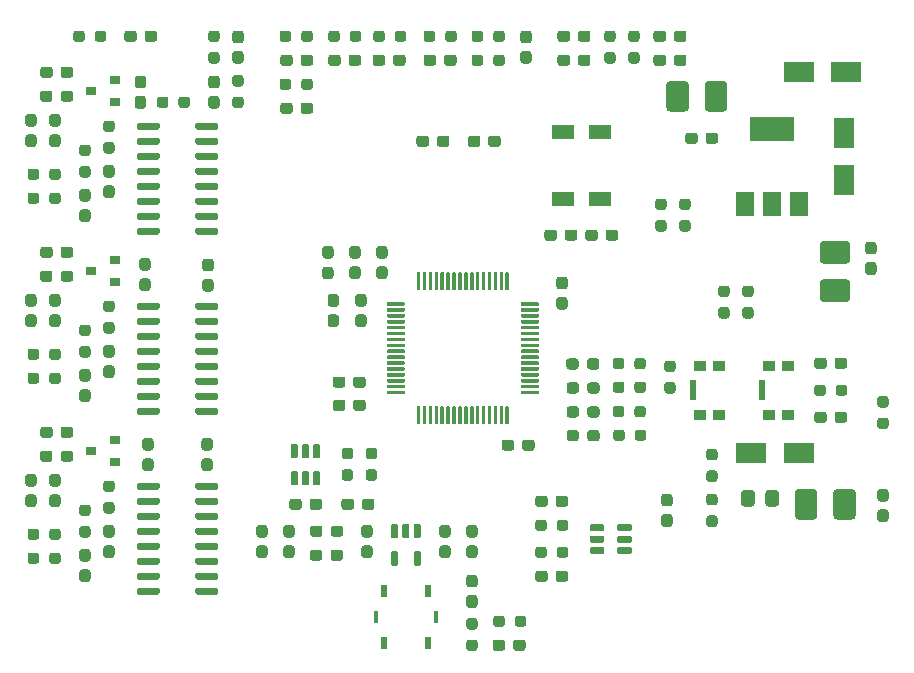
<source format=gtp>
G04 #@! TF.GenerationSoftware,KiCad,Pcbnew,(5.1.9)-1*
G04 #@! TF.CreationDate,2021-05-26T18:29:58+02:00*
G04 #@! TF.ProjectId,thrust_v2,74687275-7374-45f7-9632-2e6b69636164,2.0.3*
G04 #@! TF.SameCoordinates,Original*
G04 #@! TF.FileFunction,Paste,Top*
G04 #@! TF.FilePolarity,Positive*
%FSLAX46Y46*%
G04 Gerber Fmt 4.6, Leading zero omitted, Abs format (unit mm)*
G04 Created by KiCad (PCBNEW (5.1.9)-1) date 2021-05-26 18:29:58*
%MOMM*%
%LPD*%
G01*
G04 APERTURE LIST*
%ADD10R,2.500000X1.800000*%
%ADD11R,1.800000X2.500000*%
%ADD12R,1.900000X1.300000*%
%ADD13R,0.550000X1.700000*%
%ADD14R,1.000000X0.900000*%
%ADD15R,0.450000X1.000000*%
%ADD16R,0.600000X1.000000*%
%ADD17R,0.900000X0.800000*%
%ADD18R,3.800000X2.000000*%
%ADD19R,1.500000X2.000000*%
G04 APERTURE END LIST*
G36*
G01*
X140196200Y-115746000D02*
X140595800Y-115746000D01*
G75*
G02*
X140696000Y-115846200I0J-100200D01*
G01*
X140696000Y-116845800D01*
G75*
G02*
X140595800Y-116946000I-100200J0D01*
G01*
X140196200Y-116946000D01*
G75*
G02*
X140096000Y-116845800I0J100200D01*
G01*
X140096000Y-115846200D01*
G75*
G02*
X140196200Y-115746000I100200J0D01*
G01*
G37*
G36*
G01*
X138296200Y-115746000D02*
X138695800Y-115746000D01*
G75*
G02*
X138796000Y-115846200I0J-100200D01*
G01*
X138796000Y-116845800D01*
G75*
G02*
X138695800Y-116946000I-100200J0D01*
G01*
X138296200Y-116946000D01*
G75*
G02*
X138196000Y-116845800I0J100200D01*
G01*
X138196000Y-115846200D01*
G75*
G02*
X138296200Y-115746000I100200J0D01*
G01*
G37*
G36*
G01*
X138296200Y-113446000D02*
X138695800Y-113446000D01*
G75*
G02*
X138796000Y-113546200I0J-100200D01*
G01*
X138796000Y-114545800D01*
G75*
G02*
X138695800Y-114646000I-100200J0D01*
G01*
X138296200Y-114646000D01*
G75*
G02*
X138196000Y-114545800I0J100200D01*
G01*
X138196000Y-113546200D01*
G75*
G02*
X138296200Y-113446000I100200J0D01*
G01*
G37*
G36*
G01*
X139246200Y-113446000D02*
X139645800Y-113446000D01*
G75*
G02*
X139746000Y-113546200I0J-100200D01*
G01*
X139746000Y-114545800D01*
G75*
G02*
X139645800Y-114646000I-100200J0D01*
G01*
X139246200Y-114646000D01*
G75*
G02*
X139146000Y-114545800I0J100200D01*
G01*
X139146000Y-113546200D01*
G75*
G02*
X139246200Y-113446000I100200J0D01*
G01*
G37*
G36*
G01*
X140196200Y-113446000D02*
X140595800Y-113446000D01*
G75*
G02*
X140696000Y-113546200I0J-100200D01*
G01*
X140696000Y-114545800D01*
G75*
G02*
X140595800Y-114646000I-100200J0D01*
G01*
X140196200Y-114646000D01*
G75*
G02*
X140096000Y-114545800I0J100200D01*
G01*
X140096000Y-113546200D01*
G75*
G02*
X140196200Y-113446000I100200J0D01*
G01*
G37*
G36*
G01*
X130737200Y-108965000D02*
X131136800Y-108965000D01*
G75*
G02*
X131237000Y-109065200I0J-100200D01*
G01*
X131237000Y-110064800D01*
G75*
G02*
X131136800Y-110165000I-100200J0D01*
G01*
X130737200Y-110165000D01*
G75*
G02*
X130637000Y-110064800I0J100200D01*
G01*
X130637000Y-109065200D01*
G75*
G02*
X130737200Y-108965000I100200J0D01*
G01*
G37*
G36*
G01*
X131687200Y-108965000D02*
X132086800Y-108965000D01*
G75*
G02*
X132187000Y-109065200I0J-100200D01*
G01*
X132187000Y-110064800D01*
G75*
G02*
X132086800Y-110165000I-100200J0D01*
G01*
X131687200Y-110165000D01*
G75*
G02*
X131587000Y-110064800I0J100200D01*
G01*
X131587000Y-109065200D01*
G75*
G02*
X131687200Y-108965000I100200J0D01*
G01*
G37*
G36*
G01*
X129787200Y-108965000D02*
X130186800Y-108965000D01*
G75*
G02*
X130287000Y-109065200I0J-100200D01*
G01*
X130287000Y-110064800D01*
G75*
G02*
X130186800Y-110165000I-100200J0D01*
G01*
X129787200Y-110165000D01*
G75*
G02*
X129687000Y-110064800I0J100200D01*
G01*
X129687000Y-109065200D01*
G75*
G02*
X129787200Y-108965000I100200J0D01*
G01*
G37*
G36*
G01*
X129787200Y-106665000D02*
X130186800Y-106665000D01*
G75*
G02*
X130287000Y-106765200I0J-100200D01*
G01*
X130287000Y-107764800D01*
G75*
G02*
X130186800Y-107865000I-100200J0D01*
G01*
X129787200Y-107865000D01*
G75*
G02*
X129687000Y-107764800I0J100200D01*
G01*
X129687000Y-106765200D01*
G75*
G02*
X129787200Y-106665000I100200J0D01*
G01*
G37*
G36*
G01*
X130737200Y-106665000D02*
X131136800Y-106665000D01*
G75*
G02*
X131237000Y-106765200I0J-100200D01*
G01*
X131237000Y-107764800D01*
G75*
G02*
X131136800Y-107865000I-100200J0D01*
G01*
X130737200Y-107865000D01*
G75*
G02*
X130637000Y-107764800I0J100200D01*
G01*
X130637000Y-106765200D01*
G75*
G02*
X130737200Y-106665000I100200J0D01*
G01*
G37*
G36*
G01*
X131687200Y-106665000D02*
X132086800Y-106665000D01*
G75*
G02*
X132187000Y-106765200I0J-100200D01*
G01*
X132187000Y-107764800D01*
G75*
G02*
X132086800Y-107865000I-100200J0D01*
G01*
X131687200Y-107865000D01*
G75*
G02*
X131587000Y-107764800I0J100200D01*
G01*
X131587000Y-106765200D01*
G75*
G02*
X131687200Y-106665000I100200J0D01*
G01*
G37*
G36*
G01*
X157352000Y-114906200D02*
X157352000Y-114506600D01*
G75*
G02*
X157452200Y-114406400I100200J0D01*
G01*
X158451800Y-114406400D01*
G75*
G02*
X158552000Y-114506600I0J-100200D01*
G01*
X158552000Y-114906200D01*
G75*
G02*
X158451800Y-115006400I-100200J0D01*
G01*
X157452200Y-115006400D01*
G75*
G02*
X157352000Y-114906200I0J100200D01*
G01*
G37*
G36*
G01*
X157352000Y-113956200D02*
X157352000Y-113556600D01*
G75*
G02*
X157452200Y-113456400I100200J0D01*
G01*
X158451800Y-113456400D01*
G75*
G02*
X158552000Y-113556600I0J-100200D01*
G01*
X158552000Y-113956200D01*
G75*
G02*
X158451800Y-114056400I-100200J0D01*
G01*
X157452200Y-114056400D01*
G75*
G02*
X157352000Y-113956200I0J100200D01*
G01*
G37*
G36*
G01*
X157352000Y-115856200D02*
X157352000Y-115456600D01*
G75*
G02*
X157452200Y-115356400I100200J0D01*
G01*
X158451800Y-115356400D01*
G75*
G02*
X158552000Y-115456600I0J-100200D01*
G01*
X158552000Y-115856200D01*
G75*
G02*
X158451800Y-115956400I-100200J0D01*
G01*
X157452200Y-115956400D01*
G75*
G02*
X157352000Y-115856200I0J100200D01*
G01*
G37*
G36*
G01*
X155052000Y-115856200D02*
X155052000Y-115456600D01*
G75*
G02*
X155152200Y-115356400I100200J0D01*
G01*
X156151800Y-115356400D01*
G75*
G02*
X156252000Y-115456600I0J-100200D01*
G01*
X156252000Y-115856200D01*
G75*
G02*
X156151800Y-115956400I-100200J0D01*
G01*
X155152200Y-115956400D01*
G75*
G02*
X155052000Y-115856200I0J100200D01*
G01*
G37*
G36*
G01*
X155052000Y-114906200D02*
X155052000Y-114506600D01*
G75*
G02*
X155152200Y-114406400I100200J0D01*
G01*
X156151800Y-114406400D01*
G75*
G02*
X156252000Y-114506600I0J-100200D01*
G01*
X156252000Y-114906200D01*
G75*
G02*
X156151800Y-115006400I-100200J0D01*
G01*
X155152200Y-115006400D01*
G75*
G02*
X155052000Y-114906200I0J100200D01*
G01*
G37*
G36*
G01*
X155052000Y-113956200D02*
X155052000Y-113556600D01*
G75*
G02*
X155152200Y-113456400I100200J0D01*
G01*
X156151800Y-113456400D01*
G75*
G02*
X156252000Y-113556600I0J-100200D01*
G01*
X156252000Y-113956200D01*
G75*
G02*
X156151800Y-114056400I-100200J0D01*
G01*
X155152200Y-114056400D01*
G75*
G02*
X155052000Y-113956200I0J100200D01*
G01*
G37*
G36*
G01*
X175628000Y-112742700D02*
X175628000Y-110777300D01*
G75*
G02*
X175945300Y-110460000I317300J0D01*
G01*
X177210700Y-110460000D01*
G75*
G02*
X177528000Y-110777300I0J-317300D01*
G01*
X177528000Y-112742700D01*
G75*
G02*
X177210700Y-113060000I-317300J0D01*
G01*
X175945300Y-113060000D01*
G75*
G02*
X175628000Y-112742700I0J317300D01*
G01*
G37*
G36*
G01*
X172378000Y-112742700D02*
X172378000Y-110777300D01*
G75*
G02*
X172695300Y-110460000I317300J0D01*
G01*
X173960700Y-110460000D01*
G75*
G02*
X174278000Y-110777300I0J-317300D01*
G01*
X174278000Y-112742700D01*
G75*
G02*
X173960700Y-113060000I-317300J0D01*
G01*
X172695300Y-113060000D01*
G75*
G02*
X172378000Y-112742700I0J317300D01*
G01*
G37*
G36*
G01*
X163395500Y-76233300D02*
X163395500Y-78198700D01*
G75*
G02*
X163078200Y-78516000I-317300J0D01*
G01*
X161812800Y-78516000D01*
G75*
G02*
X161495500Y-78198700I0J317300D01*
G01*
X161495500Y-76233300D01*
G75*
G02*
X161812800Y-75916000I317300J0D01*
G01*
X163078200Y-75916000D01*
G75*
G02*
X163395500Y-76233300I0J-317300D01*
G01*
G37*
G36*
G01*
X166645500Y-76233300D02*
X166645500Y-78198700D01*
G75*
G02*
X166328200Y-78516000I-317300J0D01*
G01*
X165062800Y-78516000D01*
G75*
G02*
X164745500Y-78198700I0J317300D01*
G01*
X164745500Y-76233300D01*
G75*
G02*
X165062800Y-75916000I317300J0D01*
G01*
X166328200Y-75916000D01*
G75*
G02*
X166645500Y-76233300I0J-317300D01*
G01*
G37*
G36*
G01*
X174785300Y-92724000D02*
X176750700Y-92724000D01*
G75*
G02*
X177068000Y-93041300I0J-317300D01*
G01*
X177068000Y-94306700D01*
G75*
G02*
X176750700Y-94624000I-317300J0D01*
G01*
X174785300Y-94624000D01*
G75*
G02*
X174468000Y-94306700I0J317300D01*
G01*
X174468000Y-93041300D01*
G75*
G02*
X174785300Y-92724000I317300J0D01*
G01*
G37*
G36*
G01*
X174785300Y-89474000D02*
X176750700Y-89474000D01*
G75*
G02*
X177068000Y-89791300I0J-317300D01*
G01*
X177068000Y-91056700D01*
G75*
G02*
X176750700Y-91374000I-317300J0D01*
G01*
X174785300Y-91374000D01*
G75*
G02*
X174468000Y-91056700I0J317300D01*
G01*
X174468000Y-89791300D01*
G75*
G02*
X174785300Y-89474000I317300J0D01*
G01*
G37*
D10*
X172720000Y-75184000D03*
X176720000Y-75184000D03*
X168688000Y-107442000D03*
X172688000Y-107442000D03*
D11*
X176530000Y-80296000D03*
X176530000Y-84296000D03*
G36*
G01*
X133837500Y-71898500D02*
X133837500Y-72373500D01*
G75*
G02*
X133600000Y-72611000I-237500J0D01*
G01*
X133100000Y-72611000D01*
G75*
G02*
X132862500Y-72373500I0J237500D01*
G01*
X132862500Y-71898500D01*
G75*
G02*
X133100000Y-71661000I237500J0D01*
G01*
X133600000Y-71661000D01*
G75*
G02*
X133837500Y-71898500I0J-237500D01*
G01*
G37*
G36*
G01*
X135662500Y-71898500D02*
X135662500Y-72373500D01*
G75*
G02*
X135425000Y-72611000I-237500J0D01*
G01*
X134925000Y-72611000D01*
G75*
G02*
X134687500Y-72373500I0J237500D01*
G01*
X134687500Y-71898500D01*
G75*
G02*
X134925000Y-71661000I237500J0D01*
G01*
X135425000Y-71661000D01*
G75*
G02*
X135662500Y-71898500I0J-237500D01*
G01*
G37*
G36*
G01*
X138497500Y-72373500D02*
X138497500Y-71898500D01*
G75*
G02*
X138735000Y-71661000I237500J0D01*
G01*
X139235000Y-71661000D01*
G75*
G02*
X139472500Y-71898500I0J-237500D01*
G01*
X139472500Y-72373500D01*
G75*
G02*
X139235000Y-72611000I-237500J0D01*
G01*
X138735000Y-72611000D01*
G75*
G02*
X138497500Y-72373500I0J237500D01*
G01*
G37*
G36*
G01*
X136672500Y-72373500D02*
X136672500Y-71898500D01*
G75*
G02*
X136910000Y-71661000I237500J0D01*
G01*
X137410000Y-71661000D01*
G75*
G02*
X137647500Y-71898500I0J-237500D01*
G01*
X137647500Y-72373500D01*
G75*
G02*
X137410000Y-72611000I-237500J0D01*
G01*
X136910000Y-72611000D01*
G75*
G02*
X136672500Y-72373500I0J237500D01*
G01*
G37*
G36*
G01*
X134590500Y-74405500D02*
X134590500Y-73930500D01*
G75*
G02*
X134828000Y-73693000I237500J0D01*
G01*
X135428000Y-73693000D01*
G75*
G02*
X135665500Y-73930500I0J-237500D01*
G01*
X135665500Y-74405500D01*
G75*
G02*
X135428000Y-74643000I-237500J0D01*
G01*
X134828000Y-74643000D01*
G75*
G02*
X134590500Y-74405500I0J237500D01*
G01*
G37*
G36*
G01*
X132865500Y-74405500D02*
X132865500Y-73930500D01*
G75*
G02*
X133103000Y-73693000I237500J0D01*
G01*
X133703000Y-73693000D01*
G75*
G02*
X133940500Y-73930500I0J-237500D01*
G01*
X133940500Y-74405500D01*
G75*
G02*
X133703000Y-74643000I-237500J0D01*
G01*
X133103000Y-74643000D01*
G75*
G02*
X132865500Y-74405500I0J237500D01*
G01*
G37*
G36*
G01*
X137697500Y-73930500D02*
X137697500Y-74405500D01*
G75*
G02*
X137460000Y-74643000I-237500J0D01*
G01*
X136860000Y-74643000D01*
G75*
G02*
X136622500Y-74405500I0J237500D01*
G01*
X136622500Y-73930500D01*
G75*
G02*
X136860000Y-73693000I237500J0D01*
G01*
X137460000Y-73693000D01*
G75*
G02*
X137697500Y-73930500I0J-237500D01*
G01*
G37*
G36*
G01*
X139422500Y-73930500D02*
X139422500Y-74405500D01*
G75*
G02*
X139185000Y-74643000I-237500J0D01*
G01*
X138585000Y-74643000D01*
G75*
G02*
X138347500Y-74405500I0J237500D01*
G01*
X138347500Y-73930500D01*
G75*
G02*
X138585000Y-73693000I237500J0D01*
G01*
X139185000Y-73693000D01*
G75*
G02*
X139422500Y-73930500I0J-237500D01*
G01*
G37*
G36*
G01*
X134730500Y-107929500D02*
X134255500Y-107929500D01*
G75*
G02*
X134018000Y-107692000I0J237500D01*
G01*
X134018000Y-107192000D01*
G75*
G02*
X134255500Y-106954500I237500J0D01*
G01*
X134730500Y-106954500D01*
G75*
G02*
X134968000Y-107192000I0J-237500D01*
G01*
X134968000Y-107692000D01*
G75*
G02*
X134730500Y-107929500I-237500J0D01*
G01*
G37*
G36*
G01*
X134730500Y-109754500D02*
X134255500Y-109754500D01*
G75*
G02*
X134018000Y-109517000I0J237500D01*
G01*
X134018000Y-109017000D01*
G75*
G02*
X134255500Y-108779500I237500J0D01*
G01*
X134730500Y-108779500D01*
G75*
G02*
X134968000Y-109017000I0J-237500D01*
G01*
X134968000Y-109517000D01*
G75*
G02*
X134730500Y-109754500I-237500J0D01*
G01*
G37*
G36*
G01*
X136762500Y-107929500D02*
X136287500Y-107929500D01*
G75*
G02*
X136050000Y-107692000I0J237500D01*
G01*
X136050000Y-107192000D01*
G75*
G02*
X136287500Y-106954500I237500J0D01*
G01*
X136762500Y-106954500D01*
G75*
G02*
X137000000Y-107192000I0J-237500D01*
G01*
X137000000Y-107692000D01*
G75*
G02*
X136762500Y-107929500I-237500J0D01*
G01*
G37*
G36*
G01*
X136762500Y-109754500D02*
X136287500Y-109754500D01*
G75*
G02*
X136050000Y-109517000I0J237500D01*
G01*
X136050000Y-109017000D01*
G75*
G02*
X136287500Y-108779500I237500J0D01*
G01*
X136762500Y-108779500D01*
G75*
G02*
X137000000Y-109017000I0J-237500D01*
G01*
X137000000Y-109517000D01*
G75*
G02*
X136762500Y-109754500I-237500J0D01*
G01*
G37*
G36*
G01*
X135057000Y-111522500D02*
X135057000Y-111997500D01*
G75*
G02*
X134819500Y-112235000I-237500J0D01*
G01*
X134219500Y-112235000D01*
G75*
G02*
X133982000Y-111997500I0J237500D01*
G01*
X133982000Y-111522500D01*
G75*
G02*
X134219500Y-111285000I237500J0D01*
G01*
X134819500Y-111285000D01*
G75*
G02*
X135057000Y-111522500I0J-237500D01*
G01*
G37*
G36*
G01*
X136782000Y-111522500D02*
X136782000Y-111997500D01*
G75*
G02*
X136544500Y-112235000I-237500J0D01*
G01*
X135944500Y-112235000D01*
G75*
G02*
X135707000Y-111997500I0J237500D01*
G01*
X135707000Y-111522500D01*
G75*
G02*
X135944500Y-111285000I237500J0D01*
G01*
X136544500Y-111285000D01*
G75*
G02*
X136782000Y-111522500I0J-237500D01*
G01*
G37*
D12*
X152704800Y-80228200D03*
X152704800Y-85928200D03*
X155904800Y-80228200D03*
X155904800Y-85928200D03*
D13*
X169555000Y-102108000D03*
D14*
X170180000Y-104158000D03*
X171780000Y-104158000D03*
X170180000Y-100058000D03*
X171780000Y-100058000D03*
D13*
X163713000Y-102108000D03*
D14*
X164338000Y-104158000D03*
X165938000Y-104158000D03*
X164338000Y-100058000D03*
X165938000Y-100058000D03*
D15*
X141956000Y-121285000D03*
X136906000Y-121285000D03*
D16*
X141281000Y-123485000D03*
X141281000Y-119085000D03*
X137581000Y-119085000D03*
X137581000Y-123485000D03*
G36*
G01*
X121602000Y-110386000D02*
X121602000Y-110086000D01*
G75*
G02*
X121752000Y-109936000I150000J0D01*
G01*
X123402000Y-109936000D01*
G75*
G02*
X123552000Y-110086000I0J-150000D01*
G01*
X123552000Y-110386000D01*
G75*
G02*
X123402000Y-110536000I-150000J0D01*
G01*
X121752000Y-110536000D01*
G75*
G02*
X121602000Y-110386000I0J150000D01*
G01*
G37*
G36*
G01*
X121602000Y-111656000D02*
X121602000Y-111356000D01*
G75*
G02*
X121752000Y-111206000I150000J0D01*
G01*
X123402000Y-111206000D01*
G75*
G02*
X123552000Y-111356000I0J-150000D01*
G01*
X123552000Y-111656000D01*
G75*
G02*
X123402000Y-111806000I-150000J0D01*
G01*
X121752000Y-111806000D01*
G75*
G02*
X121602000Y-111656000I0J150000D01*
G01*
G37*
G36*
G01*
X121602000Y-112926000D02*
X121602000Y-112626000D01*
G75*
G02*
X121752000Y-112476000I150000J0D01*
G01*
X123402000Y-112476000D01*
G75*
G02*
X123552000Y-112626000I0J-150000D01*
G01*
X123552000Y-112926000D01*
G75*
G02*
X123402000Y-113076000I-150000J0D01*
G01*
X121752000Y-113076000D01*
G75*
G02*
X121602000Y-112926000I0J150000D01*
G01*
G37*
G36*
G01*
X121602000Y-114196000D02*
X121602000Y-113896000D01*
G75*
G02*
X121752000Y-113746000I150000J0D01*
G01*
X123402000Y-113746000D01*
G75*
G02*
X123552000Y-113896000I0J-150000D01*
G01*
X123552000Y-114196000D01*
G75*
G02*
X123402000Y-114346000I-150000J0D01*
G01*
X121752000Y-114346000D01*
G75*
G02*
X121602000Y-114196000I0J150000D01*
G01*
G37*
G36*
G01*
X121602000Y-115466000D02*
X121602000Y-115166000D01*
G75*
G02*
X121752000Y-115016000I150000J0D01*
G01*
X123402000Y-115016000D01*
G75*
G02*
X123552000Y-115166000I0J-150000D01*
G01*
X123552000Y-115466000D01*
G75*
G02*
X123402000Y-115616000I-150000J0D01*
G01*
X121752000Y-115616000D01*
G75*
G02*
X121602000Y-115466000I0J150000D01*
G01*
G37*
G36*
G01*
X121602000Y-116736000D02*
X121602000Y-116436000D01*
G75*
G02*
X121752000Y-116286000I150000J0D01*
G01*
X123402000Y-116286000D01*
G75*
G02*
X123552000Y-116436000I0J-150000D01*
G01*
X123552000Y-116736000D01*
G75*
G02*
X123402000Y-116886000I-150000J0D01*
G01*
X121752000Y-116886000D01*
G75*
G02*
X121602000Y-116736000I0J150000D01*
G01*
G37*
G36*
G01*
X121602000Y-118006000D02*
X121602000Y-117706000D01*
G75*
G02*
X121752000Y-117556000I150000J0D01*
G01*
X123402000Y-117556000D01*
G75*
G02*
X123552000Y-117706000I0J-150000D01*
G01*
X123552000Y-118006000D01*
G75*
G02*
X123402000Y-118156000I-150000J0D01*
G01*
X121752000Y-118156000D01*
G75*
G02*
X121602000Y-118006000I0J150000D01*
G01*
G37*
G36*
G01*
X121602000Y-119276000D02*
X121602000Y-118976000D01*
G75*
G02*
X121752000Y-118826000I150000J0D01*
G01*
X123402000Y-118826000D01*
G75*
G02*
X123552000Y-118976000I0J-150000D01*
G01*
X123552000Y-119276000D01*
G75*
G02*
X123402000Y-119426000I-150000J0D01*
G01*
X121752000Y-119426000D01*
G75*
G02*
X121602000Y-119276000I0J150000D01*
G01*
G37*
G36*
G01*
X116652000Y-119276000D02*
X116652000Y-118976000D01*
G75*
G02*
X116802000Y-118826000I150000J0D01*
G01*
X118452000Y-118826000D01*
G75*
G02*
X118602000Y-118976000I0J-150000D01*
G01*
X118602000Y-119276000D01*
G75*
G02*
X118452000Y-119426000I-150000J0D01*
G01*
X116802000Y-119426000D01*
G75*
G02*
X116652000Y-119276000I0J150000D01*
G01*
G37*
G36*
G01*
X116652000Y-118006000D02*
X116652000Y-117706000D01*
G75*
G02*
X116802000Y-117556000I150000J0D01*
G01*
X118452000Y-117556000D01*
G75*
G02*
X118602000Y-117706000I0J-150000D01*
G01*
X118602000Y-118006000D01*
G75*
G02*
X118452000Y-118156000I-150000J0D01*
G01*
X116802000Y-118156000D01*
G75*
G02*
X116652000Y-118006000I0J150000D01*
G01*
G37*
G36*
G01*
X116652000Y-116736000D02*
X116652000Y-116436000D01*
G75*
G02*
X116802000Y-116286000I150000J0D01*
G01*
X118452000Y-116286000D01*
G75*
G02*
X118602000Y-116436000I0J-150000D01*
G01*
X118602000Y-116736000D01*
G75*
G02*
X118452000Y-116886000I-150000J0D01*
G01*
X116802000Y-116886000D01*
G75*
G02*
X116652000Y-116736000I0J150000D01*
G01*
G37*
G36*
G01*
X116652000Y-115466000D02*
X116652000Y-115166000D01*
G75*
G02*
X116802000Y-115016000I150000J0D01*
G01*
X118452000Y-115016000D01*
G75*
G02*
X118602000Y-115166000I0J-150000D01*
G01*
X118602000Y-115466000D01*
G75*
G02*
X118452000Y-115616000I-150000J0D01*
G01*
X116802000Y-115616000D01*
G75*
G02*
X116652000Y-115466000I0J150000D01*
G01*
G37*
G36*
G01*
X116652000Y-114196000D02*
X116652000Y-113896000D01*
G75*
G02*
X116802000Y-113746000I150000J0D01*
G01*
X118452000Y-113746000D01*
G75*
G02*
X118602000Y-113896000I0J-150000D01*
G01*
X118602000Y-114196000D01*
G75*
G02*
X118452000Y-114346000I-150000J0D01*
G01*
X116802000Y-114346000D01*
G75*
G02*
X116652000Y-114196000I0J150000D01*
G01*
G37*
G36*
G01*
X116652000Y-112926000D02*
X116652000Y-112626000D01*
G75*
G02*
X116802000Y-112476000I150000J0D01*
G01*
X118452000Y-112476000D01*
G75*
G02*
X118602000Y-112626000I0J-150000D01*
G01*
X118602000Y-112926000D01*
G75*
G02*
X118452000Y-113076000I-150000J0D01*
G01*
X116802000Y-113076000D01*
G75*
G02*
X116652000Y-112926000I0J150000D01*
G01*
G37*
G36*
G01*
X116652000Y-111656000D02*
X116652000Y-111356000D01*
G75*
G02*
X116802000Y-111206000I150000J0D01*
G01*
X118452000Y-111206000D01*
G75*
G02*
X118602000Y-111356000I0J-150000D01*
G01*
X118602000Y-111656000D01*
G75*
G02*
X118452000Y-111806000I-150000J0D01*
G01*
X116802000Y-111806000D01*
G75*
G02*
X116652000Y-111656000I0J150000D01*
G01*
G37*
G36*
G01*
X116652000Y-110386000D02*
X116652000Y-110086000D01*
G75*
G02*
X116802000Y-109936000I150000J0D01*
G01*
X118452000Y-109936000D01*
G75*
G02*
X118602000Y-110086000I0J-150000D01*
G01*
X118602000Y-110386000D01*
G75*
G02*
X118452000Y-110536000I-150000J0D01*
G01*
X116802000Y-110536000D01*
G75*
G02*
X116652000Y-110386000I0J150000D01*
G01*
G37*
G36*
G01*
X121602000Y-79906000D02*
X121602000Y-79606000D01*
G75*
G02*
X121752000Y-79456000I150000J0D01*
G01*
X123402000Y-79456000D01*
G75*
G02*
X123552000Y-79606000I0J-150000D01*
G01*
X123552000Y-79906000D01*
G75*
G02*
X123402000Y-80056000I-150000J0D01*
G01*
X121752000Y-80056000D01*
G75*
G02*
X121602000Y-79906000I0J150000D01*
G01*
G37*
G36*
G01*
X121602000Y-81176000D02*
X121602000Y-80876000D01*
G75*
G02*
X121752000Y-80726000I150000J0D01*
G01*
X123402000Y-80726000D01*
G75*
G02*
X123552000Y-80876000I0J-150000D01*
G01*
X123552000Y-81176000D01*
G75*
G02*
X123402000Y-81326000I-150000J0D01*
G01*
X121752000Y-81326000D01*
G75*
G02*
X121602000Y-81176000I0J150000D01*
G01*
G37*
G36*
G01*
X121602000Y-82446000D02*
X121602000Y-82146000D01*
G75*
G02*
X121752000Y-81996000I150000J0D01*
G01*
X123402000Y-81996000D01*
G75*
G02*
X123552000Y-82146000I0J-150000D01*
G01*
X123552000Y-82446000D01*
G75*
G02*
X123402000Y-82596000I-150000J0D01*
G01*
X121752000Y-82596000D01*
G75*
G02*
X121602000Y-82446000I0J150000D01*
G01*
G37*
G36*
G01*
X121602000Y-83716000D02*
X121602000Y-83416000D01*
G75*
G02*
X121752000Y-83266000I150000J0D01*
G01*
X123402000Y-83266000D01*
G75*
G02*
X123552000Y-83416000I0J-150000D01*
G01*
X123552000Y-83716000D01*
G75*
G02*
X123402000Y-83866000I-150000J0D01*
G01*
X121752000Y-83866000D01*
G75*
G02*
X121602000Y-83716000I0J150000D01*
G01*
G37*
G36*
G01*
X121602000Y-84986000D02*
X121602000Y-84686000D01*
G75*
G02*
X121752000Y-84536000I150000J0D01*
G01*
X123402000Y-84536000D01*
G75*
G02*
X123552000Y-84686000I0J-150000D01*
G01*
X123552000Y-84986000D01*
G75*
G02*
X123402000Y-85136000I-150000J0D01*
G01*
X121752000Y-85136000D01*
G75*
G02*
X121602000Y-84986000I0J150000D01*
G01*
G37*
G36*
G01*
X121602000Y-86256000D02*
X121602000Y-85956000D01*
G75*
G02*
X121752000Y-85806000I150000J0D01*
G01*
X123402000Y-85806000D01*
G75*
G02*
X123552000Y-85956000I0J-150000D01*
G01*
X123552000Y-86256000D01*
G75*
G02*
X123402000Y-86406000I-150000J0D01*
G01*
X121752000Y-86406000D01*
G75*
G02*
X121602000Y-86256000I0J150000D01*
G01*
G37*
G36*
G01*
X121602000Y-87526000D02*
X121602000Y-87226000D01*
G75*
G02*
X121752000Y-87076000I150000J0D01*
G01*
X123402000Y-87076000D01*
G75*
G02*
X123552000Y-87226000I0J-150000D01*
G01*
X123552000Y-87526000D01*
G75*
G02*
X123402000Y-87676000I-150000J0D01*
G01*
X121752000Y-87676000D01*
G75*
G02*
X121602000Y-87526000I0J150000D01*
G01*
G37*
G36*
G01*
X121602000Y-88796000D02*
X121602000Y-88496000D01*
G75*
G02*
X121752000Y-88346000I150000J0D01*
G01*
X123402000Y-88346000D01*
G75*
G02*
X123552000Y-88496000I0J-150000D01*
G01*
X123552000Y-88796000D01*
G75*
G02*
X123402000Y-88946000I-150000J0D01*
G01*
X121752000Y-88946000D01*
G75*
G02*
X121602000Y-88796000I0J150000D01*
G01*
G37*
G36*
G01*
X116652000Y-88796000D02*
X116652000Y-88496000D01*
G75*
G02*
X116802000Y-88346000I150000J0D01*
G01*
X118452000Y-88346000D01*
G75*
G02*
X118602000Y-88496000I0J-150000D01*
G01*
X118602000Y-88796000D01*
G75*
G02*
X118452000Y-88946000I-150000J0D01*
G01*
X116802000Y-88946000D01*
G75*
G02*
X116652000Y-88796000I0J150000D01*
G01*
G37*
G36*
G01*
X116652000Y-87526000D02*
X116652000Y-87226000D01*
G75*
G02*
X116802000Y-87076000I150000J0D01*
G01*
X118452000Y-87076000D01*
G75*
G02*
X118602000Y-87226000I0J-150000D01*
G01*
X118602000Y-87526000D01*
G75*
G02*
X118452000Y-87676000I-150000J0D01*
G01*
X116802000Y-87676000D01*
G75*
G02*
X116652000Y-87526000I0J150000D01*
G01*
G37*
G36*
G01*
X116652000Y-86256000D02*
X116652000Y-85956000D01*
G75*
G02*
X116802000Y-85806000I150000J0D01*
G01*
X118452000Y-85806000D01*
G75*
G02*
X118602000Y-85956000I0J-150000D01*
G01*
X118602000Y-86256000D01*
G75*
G02*
X118452000Y-86406000I-150000J0D01*
G01*
X116802000Y-86406000D01*
G75*
G02*
X116652000Y-86256000I0J150000D01*
G01*
G37*
G36*
G01*
X116652000Y-84986000D02*
X116652000Y-84686000D01*
G75*
G02*
X116802000Y-84536000I150000J0D01*
G01*
X118452000Y-84536000D01*
G75*
G02*
X118602000Y-84686000I0J-150000D01*
G01*
X118602000Y-84986000D01*
G75*
G02*
X118452000Y-85136000I-150000J0D01*
G01*
X116802000Y-85136000D01*
G75*
G02*
X116652000Y-84986000I0J150000D01*
G01*
G37*
G36*
G01*
X116652000Y-83716000D02*
X116652000Y-83416000D01*
G75*
G02*
X116802000Y-83266000I150000J0D01*
G01*
X118452000Y-83266000D01*
G75*
G02*
X118602000Y-83416000I0J-150000D01*
G01*
X118602000Y-83716000D01*
G75*
G02*
X118452000Y-83866000I-150000J0D01*
G01*
X116802000Y-83866000D01*
G75*
G02*
X116652000Y-83716000I0J150000D01*
G01*
G37*
G36*
G01*
X116652000Y-82446000D02*
X116652000Y-82146000D01*
G75*
G02*
X116802000Y-81996000I150000J0D01*
G01*
X118452000Y-81996000D01*
G75*
G02*
X118602000Y-82146000I0J-150000D01*
G01*
X118602000Y-82446000D01*
G75*
G02*
X118452000Y-82596000I-150000J0D01*
G01*
X116802000Y-82596000D01*
G75*
G02*
X116652000Y-82446000I0J150000D01*
G01*
G37*
G36*
G01*
X116652000Y-81176000D02*
X116652000Y-80876000D01*
G75*
G02*
X116802000Y-80726000I150000J0D01*
G01*
X118452000Y-80726000D01*
G75*
G02*
X118602000Y-80876000I0J-150000D01*
G01*
X118602000Y-81176000D01*
G75*
G02*
X118452000Y-81326000I-150000J0D01*
G01*
X116802000Y-81326000D01*
G75*
G02*
X116652000Y-81176000I0J150000D01*
G01*
G37*
G36*
G01*
X116652000Y-79906000D02*
X116652000Y-79606000D01*
G75*
G02*
X116802000Y-79456000I150000J0D01*
G01*
X118452000Y-79456000D01*
G75*
G02*
X118602000Y-79606000I0J-150000D01*
G01*
X118602000Y-79906000D01*
G75*
G02*
X118452000Y-80056000I-150000J0D01*
G01*
X116802000Y-80056000D01*
G75*
G02*
X116652000Y-79906000I0J150000D01*
G01*
G37*
G36*
G01*
X121602000Y-95146000D02*
X121602000Y-94846000D01*
G75*
G02*
X121752000Y-94696000I150000J0D01*
G01*
X123402000Y-94696000D01*
G75*
G02*
X123552000Y-94846000I0J-150000D01*
G01*
X123552000Y-95146000D01*
G75*
G02*
X123402000Y-95296000I-150000J0D01*
G01*
X121752000Y-95296000D01*
G75*
G02*
X121602000Y-95146000I0J150000D01*
G01*
G37*
G36*
G01*
X121602000Y-96416000D02*
X121602000Y-96116000D01*
G75*
G02*
X121752000Y-95966000I150000J0D01*
G01*
X123402000Y-95966000D01*
G75*
G02*
X123552000Y-96116000I0J-150000D01*
G01*
X123552000Y-96416000D01*
G75*
G02*
X123402000Y-96566000I-150000J0D01*
G01*
X121752000Y-96566000D01*
G75*
G02*
X121602000Y-96416000I0J150000D01*
G01*
G37*
G36*
G01*
X121602000Y-97686000D02*
X121602000Y-97386000D01*
G75*
G02*
X121752000Y-97236000I150000J0D01*
G01*
X123402000Y-97236000D01*
G75*
G02*
X123552000Y-97386000I0J-150000D01*
G01*
X123552000Y-97686000D01*
G75*
G02*
X123402000Y-97836000I-150000J0D01*
G01*
X121752000Y-97836000D01*
G75*
G02*
X121602000Y-97686000I0J150000D01*
G01*
G37*
G36*
G01*
X121602000Y-98956000D02*
X121602000Y-98656000D01*
G75*
G02*
X121752000Y-98506000I150000J0D01*
G01*
X123402000Y-98506000D01*
G75*
G02*
X123552000Y-98656000I0J-150000D01*
G01*
X123552000Y-98956000D01*
G75*
G02*
X123402000Y-99106000I-150000J0D01*
G01*
X121752000Y-99106000D01*
G75*
G02*
X121602000Y-98956000I0J150000D01*
G01*
G37*
G36*
G01*
X121602000Y-100226000D02*
X121602000Y-99926000D01*
G75*
G02*
X121752000Y-99776000I150000J0D01*
G01*
X123402000Y-99776000D01*
G75*
G02*
X123552000Y-99926000I0J-150000D01*
G01*
X123552000Y-100226000D01*
G75*
G02*
X123402000Y-100376000I-150000J0D01*
G01*
X121752000Y-100376000D01*
G75*
G02*
X121602000Y-100226000I0J150000D01*
G01*
G37*
G36*
G01*
X121602000Y-101496000D02*
X121602000Y-101196000D01*
G75*
G02*
X121752000Y-101046000I150000J0D01*
G01*
X123402000Y-101046000D01*
G75*
G02*
X123552000Y-101196000I0J-150000D01*
G01*
X123552000Y-101496000D01*
G75*
G02*
X123402000Y-101646000I-150000J0D01*
G01*
X121752000Y-101646000D01*
G75*
G02*
X121602000Y-101496000I0J150000D01*
G01*
G37*
G36*
G01*
X121602000Y-102766000D02*
X121602000Y-102466000D01*
G75*
G02*
X121752000Y-102316000I150000J0D01*
G01*
X123402000Y-102316000D01*
G75*
G02*
X123552000Y-102466000I0J-150000D01*
G01*
X123552000Y-102766000D01*
G75*
G02*
X123402000Y-102916000I-150000J0D01*
G01*
X121752000Y-102916000D01*
G75*
G02*
X121602000Y-102766000I0J150000D01*
G01*
G37*
G36*
G01*
X121602000Y-104036000D02*
X121602000Y-103736000D01*
G75*
G02*
X121752000Y-103586000I150000J0D01*
G01*
X123402000Y-103586000D01*
G75*
G02*
X123552000Y-103736000I0J-150000D01*
G01*
X123552000Y-104036000D01*
G75*
G02*
X123402000Y-104186000I-150000J0D01*
G01*
X121752000Y-104186000D01*
G75*
G02*
X121602000Y-104036000I0J150000D01*
G01*
G37*
G36*
G01*
X116652000Y-104036000D02*
X116652000Y-103736000D01*
G75*
G02*
X116802000Y-103586000I150000J0D01*
G01*
X118452000Y-103586000D01*
G75*
G02*
X118602000Y-103736000I0J-150000D01*
G01*
X118602000Y-104036000D01*
G75*
G02*
X118452000Y-104186000I-150000J0D01*
G01*
X116802000Y-104186000D01*
G75*
G02*
X116652000Y-104036000I0J150000D01*
G01*
G37*
G36*
G01*
X116652000Y-102766000D02*
X116652000Y-102466000D01*
G75*
G02*
X116802000Y-102316000I150000J0D01*
G01*
X118452000Y-102316000D01*
G75*
G02*
X118602000Y-102466000I0J-150000D01*
G01*
X118602000Y-102766000D01*
G75*
G02*
X118452000Y-102916000I-150000J0D01*
G01*
X116802000Y-102916000D01*
G75*
G02*
X116652000Y-102766000I0J150000D01*
G01*
G37*
G36*
G01*
X116652000Y-101496000D02*
X116652000Y-101196000D01*
G75*
G02*
X116802000Y-101046000I150000J0D01*
G01*
X118452000Y-101046000D01*
G75*
G02*
X118602000Y-101196000I0J-150000D01*
G01*
X118602000Y-101496000D01*
G75*
G02*
X118452000Y-101646000I-150000J0D01*
G01*
X116802000Y-101646000D01*
G75*
G02*
X116652000Y-101496000I0J150000D01*
G01*
G37*
G36*
G01*
X116652000Y-100226000D02*
X116652000Y-99926000D01*
G75*
G02*
X116802000Y-99776000I150000J0D01*
G01*
X118452000Y-99776000D01*
G75*
G02*
X118602000Y-99926000I0J-150000D01*
G01*
X118602000Y-100226000D01*
G75*
G02*
X118452000Y-100376000I-150000J0D01*
G01*
X116802000Y-100376000D01*
G75*
G02*
X116652000Y-100226000I0J150000D01*
G01*
G37*
G36*
G01*
X116652000Y-98956000D02*
X116652000Y-98656000D01*
G75*
G02*
X116802000Y-98506000I150000J0D01*
G01*
X118452000Y-98506000D01*
G75*
G02*
X118602000Y-98656000I0J-150000D01*
G01*
X118602000Y-98956000D01*
G75*
G02*
X118452000Y-99106000I-150000J0D01*
G01*
X116802000Y-99106000D01*
G75*
G02*
X116652000Y-98956000I0J150000D01*
G01*
G37*
G36*
G01*
X116652000Y-97686000D02*
X116652000Y-97386000D01*
G75*
G02*
X116802000Y-97236000I150000J0D01*
G01*
X118452000Y-97236000D01*
G75*
G02*
X118602000Y-97386000I0J-150000D01*
G01*
X118602000Y-97686000D01*
G75*
G02*
X118452000Y-97836000I-150000J0D01*
G01*
X116802000Y-97836000D01*
G75*
G02*
X116652000Y-97686000I0J150000D01*
G01*
G37*
G36*
G01*
X116652000Y-96416000D02*
X116652000Y-96116000D01*
G75*
G02*
X116802000Y-95966000I150000J0D01*
G01*
X118452000Y-95966000D01*
G75*
G02*
X118602000Y-96116000I0J-150000D01*
G01*
X118602000Y-96416000D01*
G75*
G02*
X118452000Y-96566000I-150000J0D01*
G01*
X116802000Y-96566000D01*
G75*
G02*
X116652000Y-96416000I0J150000D01*
G01*
G37*
G36*
G01*
X116652000Y-95146000D02*
X116652000Y-94846000D01*
G75*
G02*
X116802000Y-94696000I150000J0D01*
G01*
X118452000Y-94696000D01*
G75*
G02*
X118602000Y-94846000I0J-150000D01*
G01*
X118602000Y-95146000D01*
G75*
G02*
X118452000Y-95296000I-150000J0D01*
G01*
X116802000Y-95296000D01*
G75*
G02*
X116652000Y-95146000I0J150000D01*
G01*
G37*
G36*
G01*
X120186000Y-77961500D02*
X120186000Y-77486500D01*
G75*
G02*
X120423500Y-77249000I237500J0D01*
G01*
X120923500Y-77249000D01*
G75*
G02*
X121161000Y-77486500I0J-237500D01*
G01*
X121161000Y-77961500D01*
G75*
G02*
X120923500Y-78199000I-237500J0D01*
G01*
X120423500Y-78199000D01*
G75*
G02*
X120186000Y-77961500I0J237500D01*
G01*
G37*
G36*
G01*
X118361000Y-77961500D02*
X118361000Y-77486500D01*
G75*
G02*
X118598500Y-77249000I237500J0D01*
G01*
X119098500Y-77249000D01*
G75*
G02*
X119336000Y-77486500I0J-237500D01*
G01*
X119336000Y-77961500D01*
G75*
G02*
X119098500Y-78199000I-237500J0D01*
G01*
X118598500Y-78199000D01*
G75*
G02*
X118361000Y-77961500I0J237500D01*
G01*
G37*
G36*
G01*
X132365000Y-115840500D02*
X132365000Y-116315500D01*
G75*
G02*
X132127500Y-116553000I-237500J0D01*
G01*
X131552500Y-116553000D01*
G75*
G02*
X131315000Y-116315500I0J237500D01*
G01*
X131315000Y-115840500D01*
G75*
G02*
X131552500Y-115603000I237500J0D01*
G01*
X132127500Y-115603000D01*
G75*
G02*
X132365000Y-115840500I0J-237500D01*
G01*
G37*
G36*
G01*
X134115000Y-115840500D02*
X134115000Y-116315500D01*
G75*
G02*
X133877500Y-116553000I-237500J0D01*
G01*
X133302500Y-116553000D01*
G75*
G02*
X133065000Y-116315500I0J237500D01*
G01*
X133065000Y-115840500D01*
G75*
G02*
X133302500Y-115603000I237500J0D01*
G01*
X133877500Y-115603000D01*
G75*
G02*
X134115000Y-115840500I0J-237500D01*
G01*
G37*
G36*
G01*
X153345000Y-71898500D02*
X153345000Y-72373500D01*
G75*
G02*
X153107500Y-72611000I-237500J0D01*
G01*
X152507500Y-72611000D01*
G75*
G02*
X152270000Y-72373500I0J237500D01*
G01*
X152270000Y-71898500D01*
G75*
G02*
X152507500Y-71661000I237500J0D01*
G01*
X153107500Y-71661000D01*
G75*
G02*
X153345000Y-71898500I0J-237500D01*
G01*
G37*
G36*
G01*
X155070000Y-71898500D02*
X155070000Y-72373500D01*
G75*
G02*
X154832500Y-72611000I-237500J0D01*
G01*
X154232500Y-72611000D01*
G75*
G02*
X153995000Y-72373500I0J237500D01*
G01*
X153995000Y-71898500D01*
G75*
G02*
X154232500Y-71661000I237500J0D01*
G01*
X154832500Y-71661000D01*
G75*
G02*
X155070000Y-71898500I0J-237500D01*
G01*
G37*
G36*
G01*
X162123000Y-72373500D02*
X162123000Y-71898500D01*
G75*
G02*
X162360500Y-71661000I237500J0D01*
G01*
X162960500Y-71661000D01*
G75*
G02*
X163198000Y-71898500I0J-237500D01*
G01*
X163198000Y-72373500D01*
G75*
G02*
X162960500Y-72611000I-237500J0D01*
G01*
X162360500Y-72611000D01*
G75*
G02*
X162123000Y-72373500I0J237500D01*
G01*
G37*
G36*
G01*
X160398000Y-72373500D02*
X160398000Y-71898500D01*
G75*
G02*
X160635500Y-71661000I237500J0D01*
G01*
X161235500Y-71661000D01*
G75*
G02*
X161473000Y-71898500I0J-237500D01*
G01*
X161473000Y-72373500D01*
G75*
G02*
X161235500Y-72611000I-237500J0D01*
G01*
X160635500Y-72611000D01*
G75*
G02*
X160398000Y-72373500I0J237500D01*
G01*
G37*
G36*
G01*
X122952500Y-73473500D02*
X123427500Y-73473500D01*
G75*
G02*
X123665000Y-73711000I0J-237500D01*
G01*
X123665000Y-74211000D01*
G75*
G02*
X123427500Y-74448500I-237500J0D01*
G01*
X122952500Y-74448500D01*
G75*
G02*
X122715000Y-74211000I0J237500D01*
G01*
X122715000Y-73711000D01*
G75*
G02*
X122952500Y-73473500I237500J0D01*
G01*
G37*
G36*
G01*
X122952500Y-71648500D02*
X123427500Y-71648500D01*
G75*
G02*
X123665000Y-71886000I0J-237500D01*
G01*
X123665000Y-72386000D01*
G75*
G02*
X123427500Y-72623500I-237500J0D01*
G01*
X122952500Y-72623500D01*
G75*
G02*
X122715000Y-72386000I0J237500D01*
G01*
X122715000Y-71886000D01*
G75*
G02*
X122952500Y-71648500I237500J0D01*
G01*
G37*
G36*
G01*
X130576500Y-76437500D02*
X130576500Y-75962500D01*
G75*
G02*
X130814000Y-75725000I237500J0D01*
G01*
X131314000Y-75725000D01*
G75*
G02*
X131551500Y-75962500I0J-237500D01*
G01*
X131551500Y-76437500D01*
G75*
G02*
X131314000Y-76675000I-237500J0D01*
G01*
X130814000Y-76675000D01*
G75*
G02*
X130576500Y-76437500I0J237500D01*
G01*
G37*
G36*
G01*
X128751500Y-76437500D02*
X128751500Y-75962500D01*
G75*
G02*
X128989000Y-75725000I237500J0D01*
G01*
X129489000Y-75725000D01*
G75*
G02*
X129726500Y-75962500I0J-237500D01*
G01*
X129726500Y-76437500D01*
G75*
G02*
X129489000Y-76675000I-237500J0D01*
G01*
X128989000Y-76675000D01*
G75*
G02*
X128751500Y-76437500I0J237500D01*
G01*
G37*
G36*
G01*
X130576500Y-72373500D02*
X130576500Y-71898500D01*
G75*
G02*
X130814000Y-71661000I237500J0D01*
G01*
X131314000Y-71661000D01*
G75*
G02*
X131551500Y-71898500I0J-237500D01*
G01*
X131551500Y-72373500D01*
G75*
G02*
X131314000Y-72611000I-237500J0D01*
G01*
X130814000Y-72611000D01*
G75*
G02*
X130576500Y-72373500I0J237500D01*
G01*
G37*
G36*
G01*
X128751500Y-72373500D02*
X128751500Y-71898500D01*
G75*
G02*
X128989000Y-71661000I237500J0D01*
G01*
X129489000Y-71661000D01*
G75*
G02*
X129726500Y-71898500I0J-237500D01*
G01*
X129726500Y-72373500D01*
G75*
G02*
X129489000Y-72611000I-237500J0D01*
G01*
X128989000Y-72611000D01*
G75*
G02*
X128751500Y-72373500I0J237500D01*
G01*
G37*
G36*
G01*
X124984500Y-73376500D02*
X125459500Y-73376500D01*
G75*
G02*
X125697000Y-73614000I0J-237500D01*
G01*
X125697000Y-74214000D01*
G75*
G02*
X125459500Y-74451500I-237500J0D01*
G01*
X124984500Y-74451500D01*
G75*
G02*
X124747000Y-74214000I0J237500D01*
G01*
X124747000Y-73614000D01*
G75*
G02*
X124984500Y-73376500I237500J0D01*
G01*
G37*
G36*
G01*
X124984500Y-71651500D02*
X125459500Y-71651500D01*
G75*
G02*
X125697000Y-71889000I0J-237500D01*
G01*
X125697000Y-72489000D01*
G75*
G02*
X125459500Y-72726500I-237500J0D01*
G01*
X124984500Y-72726500D01*
G75*
G02*
X124747000Y-72489000I0J237500D01*
G01*
X124747000Y-71889000D01*
G75*
G02*
X124984500Y-71651500I237500J0D01*
G01*
G37*
G36*
G01*
X129876500Y-77994500D02*
X129876500Y-78469500D01*
G75*
G02*
X129639000Y-78707000I-237500J0D01*
G01*
X129039000Y-78707000D01*
G75*
G02*
X128801500Y-78469500I0J237500D01*
G01*
X128801500Y-77994500D01*
G75*
G02*
X129039000Y-77757000I237500J0D01*
G01*
X129639000Y-77757000D01*
G75*
G02*
X129876500Y-77994500I0J-237500D01*
G01*
G37*
G36*
G01*
X131601500Y-77994500D02*
X131601500Y-78469500D01*
G75*
G02*
X131364000Y-78707000I-237500J0D01*
G01*
X130764000Y-78707000D01*
G75*
G02*
X130526500Y-78469500I0J237500D01*
G01*
X130526500Y-77994500D01*
G75*
G02*
X130764000Y-77757000I237500J0D01*
G01*
X131364000Y-77757000D01*
G75*
G02*
X131601500Y-77994500I0J-237500D01*
G01*
G37*
G36*
G01*
X129876500Y-73930500D02*
X129876500Y-74405500D01*
G75*
G02*
X129639000Y-74643000I-237500J0D01*
G01*
X129039000Y-74643000D01*
G75*
G02*
X128801500Y-74405500I0J237500D01*
G01*
X128801500Y-73930500D01*
G75*
G02*
X129039000Y-73693000I237500J0D01*
G01*
X129639000Y-73693000D01*
G75*
G02*
X129876500Y-73930500I0J-237500D01*
G01*
G37*
G36*
G01*
X131601500Y-73930500D02*
X131601500Y-74405500D01*
G75*
G02*
X131364000Y-74643000I-237500J0D01*
G01*
X130764000Y-74643000D01*
G75*
G02*
X130526500Y-74405500I0J237500D01*
G01*
X130526500Y-73930500D01*
G75*
G02*
X130764000Y-73693000I237500J0D01*
G01*
X131364000Y-73693000D01*
G75*
G02*
X131601500Y-73930500I0J-237500D01*
G01*
G37*
G36*
G01*
X145751500Y-80788500D02*
X145751500Y-81263500D01*
G75*
G02*
X145514000Y-81501000I-237500J0D01*
G01*
X144914000Y-81501000D01*
G75*
G02*
X144676500Y-81263500I0J237500D01*
G01*
X144676500Y-80788500D01*
G75*
G02*
X144914000Y-80551000I237500J0D01*
G01*
X145514000Y-80551000D01*
G75*
G02*
X145751500Y-80788500I0J-237500D01*
G01*
G37*
G36*
G01*
X147476500Y-80788500D02*
X147476500Y-81263500D01*
G75*
G02*
X147239000Y-81501000I-237500J0D01*
G01*
X146639000Y-81501000D01*
G75*
G02*
X146401500Y-81263500I0J237500D01*
G01*
X146401500Y-80788500D01*
G75*
G02*
X146639000Y-80551000I237500J0D01*
G01*
X147239000Y-80551000D01*
G75*
G02*
X147476500Y-80788500I0J-237500D01*
G01*
G37*
G36*
G01*
X137651500Y-90961500D02*
X137176500Y-90961500D01*
G75*
G02*
X136939000Y-90724000I0J237500D01*
G01*
X136939000Y-90124000D01*
G75*
G02*
X137176500Y-89886500I237500J0D01*
G01*
X137651500Y-89886500D01*
G75*
G02*
X137889000Y-90124000I0J-237500D01*
G01*
X137889000Y-90724000D01*
G75*
G02*
X137651500Y-90961500I-237500J0D01*
G01*
G37*
G36*
G01*
X137651500Y-92686500D02*
X137176500Y-92686500D01*
G75*
G02*
X136939000Y-92449000I0J237500D01*
G01*
X136939000Y-91849000D01*
G75*
G02*
X137176500Y-91611500I237500J0D01*
G01*
X137651500Y-91611500D01*
G75*
G02*
X137889000Y-91849000I0J-237500D01*
G01*
X137889000Y-92449000D01*
G75*
G02*
X137651500Y-92686500I-237500J0D01*
G01*
G37*
G36*
G01*
X168639500Y-94213500D02*
X168164500Y-94213500D01*
G75*
G02*
X167927000Y-93976000I0J237500D01*
G01*
X167927000Y-93476000D01*
G75*
G02*
X168164500Y-93238500I237500J0D01*
G01*
X168639500Y-93238500D01*
G75*
G02*
X168877000Y-93476000I0J-237500D01*
G01*
X168877000Y-93976000D01*
G75*
G02*
X168639500Y-94213500I-237500J0D01*
G01*
G37*
G36*
G01*
X168639500Y-96038500D02*
X168164500Y-96038500D01*
G75*
G02*
X167927000Y-95801000I0J237500D01*
G01*
X167927000Y-95301000D01*
G75*
G02*
X168164500Y-95063500I237500J0D01*
G01*
X168639500Y-95063500D01*
G75*
G02*
X168877000Y-95301000I0J-237500D01*
G01*
X168877000Y-95801000D01*
G75*
G02*
X168639500Y-96038500I-237500J0D01*
G01*
G37*
G36*
G01*
X163305500Y-86847500D02*
X162830500Y-86847500D01*
G75*
G02*
X162593000Y-86610000I0J237500D01*
G01*
X162593000Y-86110000D01*
G75*
G02*
X162830500Y-85872500I237500J0D01*
G01*
X163305500Y-85872500D01*
G75*
G02*
X163543000Y-86110000I0J-237500D01*
G01*
X163543000Y-86610000D01*
G75*
G02*
X163305500Y-86847500I-237500J0D01*
G01*
G37*
G36*
G01*
X163305500Y-88672500D02*
X162830500Y-88672500D01*
G75*
G02*
X162593000Y-88435000I0J237500D01*
G01*
X162593000Y-87935000D01*
G75*
G02*
X162830500Y-87697500I237500J0D01*
G01*
X163305500Y-87697500D01*
G75*
G02*
X163543000Y-87935000I0J-237500D01*
G01*
X163543000Y-88435000D01*
G75*
G02*
X163305500Y-88672500I-237500J0D01*
G01*
G37*
G36*
G01*
X161273500Y-86847500D02*
X160798500Y-86847500D01*
G75*
G02*
X160561000Y-86610000I0J237500D01*
G01*
X160561000Y-86110000D01*
G75*
G02*
X160798500Y-85872500I237500J0D01*
G01*
X161273500Y-85872500D01*
G75*
G02*
X161511000Y-86110000I0J-237500D01*
G01*
X161511000Y-86610000D01*
G75*
G02*
X161273500Y-86847500I-237500J0D01*
G01*
G37*
G36*
G01*
X161273500Y-88672500D02*
X160798500Y-88672500D01*
G75*
G02*
X160561000Y-88435000I0J237500D01*
G01*
X160561000Y-87935000D01*
G75*
G02*
X160798500Y-87697500I237500J0D01*
G01*
X161273500Y-87697500D01*
G75*
G02*
X161511000Y-87935000I0J-237500D01*
G01*
X161511000Y-88435000D01*
G75*
G02*
X161273500Y-88672500I-237500J0D01*
G01*
G37*
G36*
G01*
X145271500Y-118801000D02*
X144796500Y-118801000D01*
G75*
G02*
X144559000Y-118563500I0J237500D01*
G01*
X144559000Y-117963500D01*
G75*
G02*
X144796500Y-117726000I237500J0D01*
G01*
X145271500Y-117726000D01*
G75*
G02*
X145509000Y-117963500I0J-237500D01*
G01*
X145509000Y-118563500D01*
G75*
G02*
X145271500Y-118801000I-237500J0D01*
G01*
G37*
G36*
G01*
X145271500Y-120526000D02*
X144796500Y-120526000D01*
G75*
G02*
X144559000Y-120288500I0J237500D01*
G01*
X144559000Y-119688500D01*
G75*
G02*
X144796500Y-119451000I237500J0D01*
G01*
X145271500Y-119451000D01*
G75*
G02*
X145509000Y-119688500I0J-237500D01*
G01*
X145509000Y-120288500D01*
G75*
G02*
X145271500Y-120526000I-237500J0D01*
G01*
G37*
G36*
G01*
X180069500Y-103564500D02*
X179594500Y-103564500D01*
G75*
G02*
X179357000Y-103327000I0J237500D01*
G01*
X179357000Y-102827000D01*
G75*
G02*
X179594500Y-102589500I237500J0D01*
G01*
X180069500Y-102589500D01*
G75*
G02*
X180307000Y-102827000I0J-237500D01*
G01*
X180307000Y-103327000D01*
G75*
G02*
X180069500Y-103564500I-237500J0D01*
G01*
G37*
G36*
G01*
X180069500Y-105389500D02*
X179594500Y-105389500D01*
G75*
G02*
X179357000Y-105152000I0J237500D01*
G01*
X179357000Y-104652000D01*
G75*
G02*
X179594500Y-104414500I237500J0D01*
G01*
X180069500Y-104414500D01*
G75*
G02*
X180307000Y-104652000I0J-237500D01*
G01*
X180307000Y-105152000D01*
G75*
G02*
X180069500Y-105389500I-237500J0D01*
G01*
G37*
G36*
G01*
X179594500Y-112185500D02*
X180069500Y-112185500D01*
G75*
G02*
X180307000Y-112423000I0J-237500D01*
G01*
X180307000Y-113023000D01*
G75*
G02*
X180069500Y-113260500I-237500J0D01*
G01*
X179594500Y-113260500D01*
G75*
G02*
X179357000Y-113023000I0J237500D01*
G01*
X179357000Y-112423000D01*
G75*
G02*
X179594500Y-112185500I237500J0D01*
G01*
G37*
G36*
G01*
X179594500Y-110460500D02*
X180069500Y-110460500D01*
G75*
G02*
X180307000Y-110698000I0J-237500D01*
G01*
X180307000Y-111298000D01*
G75*
G02*
X180069500Y-111535500I-237500J0D01*
G01*
X179594500Y-111535500D01*
G75*
G02*
X179357000Y-111298000I0J237500D01*
G01*
X179357000Y-110698000D01*
G75*
G02*
X179594500Y-110460500I237500J0D01*
G01*
G37*
G36*
G01*
X161781500Y-111943000D02*
X161306500Y-111943000D01*
G75*
G02*
X161069000Y-111705500I0J237500D01*
G01*
X161069000Y-111105500D01*
G75*
G02*
X161306500Y-110868000I237500J0D01*
G01*
X161781500Y-110868000D01*
G75*
G02*
X162019000Y-111105500I0J-237500D01*
G01*
X162019000Y-111705500D01*
G75*
G02*
X161781500Y-111943000I-237500J0D01*
G01*
G37*
G36*
G01*
X161781500Y-113668000D02*
X161306500Y-113668000D01*
G75*
G02*
X161069000Y-113430500I0J237500D01*
G01*
X161069000Y-112830500D01*
G75*
G02*
X161306500Y-112593000I237500J0D01*
G01*
X161781500Y-112593000D01*
G75*
G02*
X162019000Y-112830500I0J-237500D01*
G01*
X162019000Y-113430500D01*
G75*
G02*
X161781500Y-113668000I-237500J0D01*
G01*
G37*
G36*
G01*
X175835500Y-102345500D02*
X175835500Y-101870500D01*
G75*
G02*
X176073000Y-101633000I237500J0D01*
G01*
X176573000Y-101633000D01*
G75*
G02*
X176810500Y-101870500I0J-237500D01*
G01*
X176810500Y-102345500D01*
G75*
G02*
X176573000Y-102583000I-237500J0D01*
G01*
X176073000Y-102583000D01*
G75*
G02*
X175835500Y-102345500I0J237500D01*
G01*
G37*
G36*
G01*
X174010500Y-102345500D02*
X174010500Y-101870500D01*
G75*
G02*
X174248000Y-101633000I237500J0D01*
G01*
X174748000Y-101633000D01*
G75*
G02*
X174985500Y-101870500I0J-237500D01*
G01*
X174985500Y-102345500D01*
G75*
G02*
X174748000Y-102583000I-237500J0D01*
G01*
X174248000Y-102583000D01*
G75*
G02*
X174010500Y-102345500I0J237500D01*
G01*
G37*
G36*
G01*
X147807500Y-121428500D02*
X147807500Y-121903500D01*
G75*
G02*
X147570000Y-122141000I-237500J0D01*
G01*
X147070000Y-122141000D01*
G75*
G02*
X146832500Y-121903500I0J237500D01*
G01*
X146832500Y-121428500D01*
G75*
G02*
X147070000Y-121191000I237500J0D01*
G01*
X147570000Y-121191000D01*
G75*
G02*
X147807500Y-121428500I0J-237500D01*
G01*
G37*
G36*
G01*
X149632500Y-121428500D02*
X149632500Y-121903500D01*
G75*
G02*
X149395000Y-122141000I-237500J0D01*
G01*
X148895000Y-122141000D01*
G75*
G02*
X148657500Y-121903500I0J237500D01*
G01*
X148657500Y-121428500D01*
G75*
G02*
X148895000Y-121191000I237500J0D01*
G01*
X149395000Y-121191000D01*
G75*
G02*
X149632500Y-121428500I0J-237500D01*
G01*
G37*
G36*
G01*
X144796500Y-123210500D02*
X145271500Y-123210500D01*
G75*
G02*
X145509000Y-123448000I0J-237500D01*
G01*
X145509000Y-123948000D01*
G75*
G02*
X145271500Y-124185500I-237500J0D01*
G01*
X144796500Y-124185500D01*
G75*
G02*
X144559000Y-123948000I0J237500D01*
G01*
X144559000Y-123448000D01*
G75*
G02*
X144796500Y-123210500I237500J0D01*
G01*
G37*
G36*
G01*
X144796500Y-121385500D02*
X145271500Y-121385500D01*
G75*
G02*
X145509000Y-121623000I0J-237500D01*
G01*
X145509000Y-122123000D01*
G75*
G02*
X145271500Y-122360500I-237500J0D01*
G01*
X144796500Y-122360500D01*
G75*
G02*
X144559000Y-122123000I0J237500D01*
G01*
X144559000Y-121623000D01*
G75*
G02*
X144796500Y-121385500I237500J0D01*
G01*
G37*
G36*
G01*
X175738500Y-100059500D02*
X175738500Y-99584500D01*
G75*
G02*
X175976000Y-99347000I237500J0D01*
G01*
X176576000Y-99347000D01*
G75*
G02*
X176813500Y-99584500I0J-237500D01*
G01*
X176813500Y-100059500D01*
G75*
G02*
X176576000Y-100297000I-237500J0D01*
G01*
X175976000Y-100297000D01*
G75*
G02*
X175738500Y-100059500I0J237500D01*
G01*
G37*
G36*
G01*
X174013500Y-100059500D02*
X174013500Y-99584500D01*
G75*
G02*
X174251000Y-99347000I237500J0D01*
G01*
X174851000Y-99347000D01*
G75*
G02*
X175088500Y-99584500I0J-237500D01*
G01*
X175088500Y-100059500D01*
G75*
G02*
X174851000Y-100297000I-237500J0D01*
G01*
X174251000Y-100297000D01*
G75*
G02*
X174013500Y-100059500I0J237500D01*
G01*
G37*
G36*
G01*
X175738500Y-104631500D02*
X175738500Y-104156500D01*
G75*
G02*
X175976000Y-103919000I237500J0D01*
G01*
X176576000Y-103919000D01*
G75*
G02*
X176813500Y-104156500I0J-237500D01*
G01*
X176813500Y-104631500D01*
G75*
G02*
X176576000Y-104869000I-237500J0D01*
G01*
X175976000Y-104869000D01*
G75*
G02*
X175738500Y-104631500I0J237500D01*
G01*
G37*
G36*
G01*
X174013500Y-104631500D02*
X174013500Y-104156500D01*
G75*
G02*
X174251000Y-103919000I237500J0D01*
G01*
X174851000Y-103919000D01*
G75*
G02*
X175088500Y-104156500I0J-237500D01*
G01*
X175088500Y-104631500D01*
G75*
G02*
X174851000Y-104869000I-237500J0D01*
G01*
X174251000Y-104869000D01*
G75*
G02*
X174013500Y-104631500I0J237500D01*
G01*
G37*
G36*
G01*
X148507500Y-123935500D02*
X148507500Y-123460500D01*
G75*
G02*
X148745000Y-123223000I237500J0D01*
G01*
X149345000Y-123223000D01*
G75*
G02*
X149582500Y-123460500I0J-237500D01*
G01*
X149582500Y-123935500D01*
G75*
G02*
X149345000Y-124173000I-237500J0D01*
G01*
X148745000Y-124173000D01*
G75*
G02*
X148507500Y-123935500I0J237500D01*
G01*
G37*
G36*
G01*
X146782500Y-123935500D02*
X146782500Y-123460500D01*
G75*
G02*
X147020000Y-123223000I237500J0D01*
G01*
X147620000Y-123223000D01*
G75*
G02*
X147857500Y-123460500I0J-237500D01*
G01*
X147857500Y-123935500D01*
G75*
G02*
X147620000Y-124173000I-237500J0D01*
G01*
X147020000Y-124173000D01*
G75*
G02*
X146782500Y-123935500I0J237500D01*
G01*
G37*
G36*
G01*
X178578500Y-91257000D02*
X179053500Y-91257000D01*
G75*
G02*
X179291000Y-91494500I0J-237500D01*
G01*
X179291000Y-92094500D01*
G75*
G02*
X179053500Y-92332000I-237500J0D01*
G01*
X178578500Y-92332000D01*
G75*
G02*
X178341000Y-92094500I0J237500D01*
G01*
X178341000Y-91494500D01*
G75*
G02*
X178578500Y-91257000I237500J0D01*
G01*
G37*
G36*
G01*
X178578500Y-89532000D02*
X179053500Y-89532000D01*
G75*
G02*
X179291000Y-89769500I0J-237500D01*
G01*
X179291000Y-90369500D01*
G75*
G02*
X179053500Y-90607000I-237500J0D01*
G01*
X178578500Y-90607000D01*
G75*
G02*
X178341000Y-90369500I0J237500D01*
G01*
X178341000Y-89769500D01*
G75*
G02*
X178578500Y-89532000I237500J0D01*
G01*
G37*
G36*
G01*
X166607500Y-94213500D02*
X166132500Y-94213500D01*
G75*
G02*
X165895000Y-93976000I0J237500D01*
G01*
X165895000Y-93476000D01*
G75*
G02*
X166132500Y-93238500I237500J0D01*
G01*
X166607500Y-93238500D01*
G75*
G02*
X166845000Y-93476000I0J-237500D01*
G01*
X166845000Y-93976000D01*
G75*
G02*
X166607500Y-94213500I-237500J0D01*
G01*
G37*
G36*
G01*
X166607500Y-96038500D02*
X166132500Y-96038500D01*
G75*
G02*
X165895000Y-95801000I0J237500D01*
G01*
X165895000Y-95301000D01*
G75*
G02*
X166132500Y-95063500I237500J0D01*
G01*
X166607500Y-95063500D01*
G75*
G02*
X166845000Y-95301000I0J-237500D01*
G01*
X166845000Y-95801000D01*
G75*
G02*
X166607500Y-96038500I-237500J0D01*
G01*
G37*
G36*
G01*
X116729500Y-77186500D02*
X117204500Y-77186500D01*
G75*
G02*
X117442000Y-77424000I0J-237500D01*
G01*
X117442000Y-78024000D01*
G75*
G02*
X117204500Y-78261500I-237500J0D01*
G01*
X116729500Y-78261500D01*
G75*
G02*
X116492000Y-78024000I0J237500D01*
G01*
X116492000Y-77424000D01*
G75*
G02*
X116729500Y-77186500I237500J0D01*
G01*
G37*
G36*
G01*
X116729500Y-75461500D02*
X117204500Y-75461500D01*
G75*
G02*
X117442000Y-75699000I0J-237500D01*
G01*
X117442000Y-76299000D01*
G75*
G02*
X117204500Y-76536500I-237500J0D01*
G01*
X116729500Y-76536500D01*
G75*
G02*
X116492000Y-76299000I0J237500D01*
G01*
X116492000Y-75699000D01*
G75*
G02*
X116729500Y-75461500I237500J0D01*
G01*
G37*
G36*
G01*
X161560500Y-101413500D02*
X162035500Y-101413500D01*
G75*
G02*
X162273000Y-101651000I0J-237500D01*
G01*
X162273000Y-102151000D01*
G75*
G02*
X162035500Y-102388500I-237500J0D01*
G01*
X161560500Y-102388500D01*
G75*
G02*
X161323000Y-102151000I0J237500D01*
G01*
X161323000Y-101651000D01*
G75*
G02*
X161560500Y-101413500I237500J0D01*
G01*
G37*
G36*
G01*
X161560500Y-99588500D02*
X162035500Y-99588500D01*
G75*
G02*
X162273000Y-99826000I0J-237500D01*
G01*
X162273000Y-100326000D01*
G75*
G02*
X162035500Y-100563500I-237500J0D01*
G01*
X161560500Y-100563500D01*
G75*
G02*
X161323000Y-100326000I0J237500D01*
G01*
X161323000Y-99826000D01*
G75*
G02*
X161560500Y-99588500I237500J0D01*
G01*
G37*
G36*
G01*
X135906500Y-115233500D02*
X136381500Y-115233500D01*
G75*
G02*
X136619000Y-115471000I0J-237500D01*
G01*
X136619000Y-116071000D01*
G75*
G02*
X136381500Y-116308500I-237500J0D01*
G01*
X135906500Y-116308500D01*
G75*
G02*
X135669000Y-116071000I0J237500D01*
G01*
X135669000Y-115471000D01*
G75*
G02*
X135906500Y-115233500I237500J0D01*
G01*
G37*
G36*
G01*
X135906500Y-113508500D02*
X136381500Y-113508500D01*
G75*
G02*
X136619000Y-113746000I0J-237500D01*
G01*
X136619000Y-114346000D01*
G75*
G02*
X136381500Y-114583500I-237500J0D01*
G01*
X135906500Y-114583500D01*
G75*
G02*
X135669000Y-114346000I0J237500D01*
G01*
X135669000Y-113746000D01*
G75*
G02*
X135906500Y-113508500I237500J0D01*
G01*
G37*
G36*
G01*
X113097500Y-72373500D02*
X113097500Y-71898500D01*
G75*
G02*
X113335000Y-71661000I237500J0D01*
G01*
X113835000Y-71661000D01*
G75*
G02*
X114072500Y-71898500I0J-237500D01*
G01*
X114072500Y-72373500D01*
G75*
G02*
X113835000Y-72611000I-237500J0D01*
G01*
X113335000Y-72611000D01*
G75*
G02*
X113097500Y-72373500I0J237500D01*
G01*
G37*
G36*
G01*
X111272500Y-72373500D02*
X111272500Y-71898500D01*
G75*
G02*
X111510000Y-71661000I237500J0D01*
G01*
X112010000Y-71661000D01*
G75*
G02*
X112247500Y-71898500I0J-237500D01*
G01*
X112247500Y-72373500D01*
G75*
G02*
X112010000Y-72611000I-237500J0D01*
G01*
X111510000Y-72611000D01*
G75*
G02*
X111272500Y-72373500I0J237500D01*
G01*
G37*
G36*
G01*
X151363500Y-115586500D02*
X151363500Y-116061500D01*
G75*
G02*
X151126000Y-116299000I-237500J0D01*
G01*
X150626000Y-116299000D01*
G75*
G02*
X150388500Y-116061500I0J237500D01*
G01*
X150388500Y-115586500D01*
G75*
G02*
X150626000Y-115349000I237500J0D01*
G01*
X151126000Y-115349000D01*
G75*
G02*
X151363500Y-115586500I0J-237500D01*
G01*
G37*
G36*
G01*
X153188500Y-115586500D02*
X153188500Y-116061500D01*
G75*
G02*
X152951000Y-116299000I-237500J0D01*
G01*
X152451000Y-116299000D01*
G75*
G02*
X152213500Y-116061500I0J237500D01*
G01*
X152213500Y-115586500D01*
G75*
G02*
X152451000Y-115349000I237500J0D01*
G01*
X152951000Y-115349000D01*
G75*
G02*
X153188500Y-115586500I0J-237500D01*
G01*
G37*
G36*
G01*
X151363500Y-113300500D02*
X151363500Y-113775500D01*
G75*
G02*
X151126000Y-114013000I-237500J0D01*
G01*
X150626000Y-114013000D01*
G75*
G02*
X150388500Y-113775500I0J237500D01*
G01*
X150388500Y-113300500D01*
G75*
G02*
X150626000Y-113063000I237500J0D01*
G01*
X151126000Y-113063000D01*
G75*
G02*
X151363500Y-113300500I0J-237500D01*
G01*
G37*
G36*
G01*
X153188500Y-113300500D02*
X153188500Y-113775500D01*
G75*
G02*
X152951000Y-114013000I-237500J0D01*
G01*
X152451000Y-114013000D01*
G75*
G02*
X152213500Y-113775500I0J237500D01*
G01*
X152213500Y-113300500D01*
G75*
G02*
X152451000Y-113063000I237500J0D01*
G01*
X152951000Y-113063000D01*
G75*
G02*
X153188500Y-113300500I0J-237500D01*
G01*
G37*
G36*
G01*
X165591500Y-111843000D02*
X165116500Y-111843000D01*
G75*
G02*
X164879000Y-111605500I0J237500D01*
G01*
X164879000Y-111105500D01*
G75*
G02*
X165116500Y-110868000I237500J0D01*
G01*
X165591500Y-110868000D01*
G75*
G02*
X165829000Y-111105500I0J-237500D01*
G01*
X165829000Y-111605500D01*
G75*
G02*
X165591500Y-111843000I-237500J0D01*
G01*
G37*
G36*
G01*
X165591500Y-113668000D02*
X165116500Y-113668000D01*
G75*
G02*
X164879000Y-113430500I0J237500D01*
G01*
X164879000Y-112930500D01*
G75*
G02*
X165116500Y-112693000I237500J0D01*
G01*
X165591500Y-112693000D01*
G75*
G02*
X165829000Y-112930500I0J-237500D01*
G01*
X165829000Y-113430500D01*
G75*
G02*
X165591500Y-113668000I-237500J0D01*
G01*
G37*
G36*
G01*
X165591500Y-108033000D02*
X165116500Y-108033000D01*
G75*
G02*
X164879000Y-107795500I0J237500D01*
G01*
X164879000Y-107295500D01*
G75*
G02*
X165116500Y-107058000I237500J0D01*
G01*
X165591500Y-107058000D01*
G75*
G02*
X165829000Y-107295500I0J-237500D01*
G01*
X165829000Y-107795500D01*
G75*
G02*
X165591500Y-108033000I-237500J0D01*
G01*
G37*
G36*
G01*
X165591500Y-109858000D02*
X165116500Y-109858000D01*
G75*
G02*
X164879000Y-109620500I0J237500D01*
G01*
X164879000Y-109120500D01*
G75*
G02*
X165116500Y-108883000I237500J0D01*
G01*
X165591500Y-108883000D01*
G75*
G02*
X165829000Y-109120500I0J-237500D01*
G01*
X165829000Y-109620500D01*
G75*
G02*
X165591500Y-109858000I-237500J0D01*
G01*
G37*
G36*
G01*
X145982500Y-71898500D02*
X145982500Y-72373500D01*
G75*
G02*
X145745000Y-72611000I-237500J0D01*
G01*
X145245000Y-72611000D01*
G75*
G02*
X145007500Y-72373500I0J237500D01*
G01*
X145007500Y-71898500D01*
G75*
G02*
X145245000Y-71661000I237500J0D01*
G01*
X145745000Y-71661000D01*
G75*
G02*
X145982500Y-71898500I0J-237500D01*
G01*
G37*
G36*
G01*
X147807500Y-71898500D02*
X147807500Y-72373500D01*
G75*
G02*
X147570000Y-72611000I-237500J0D01*
G01*
X147070000Y-72611000D01*
G75*
G02*
X146832500Y-72373500I0J237500D01*
G01*
X146832500Y-71898500D01*
G75*
G02*
X147070000Y-71661000I237500J0D01*
G01*
X147570000Y-71661000D01*
G75*
G02*
X147807500Y-71898500I0J-237500D01*
G01*
G37*
G36*
G01*
X142768500Y-72373500D02*
X142768500Y-71898500D01*
G75*
G02*
X143006000Y-71661000I237500J0D01*
G01*
X143506000Y-71661000D01*
G75*
G02*
X143743500Y-71898500I0J-237500D01*
G01*
X143743500Y-72373500D01*
G75*
G02*
X143506000Y-72611000I-237500J0D01*
G01*
X143006000Y-72611000D01*
G75*
G02*
X142768500Y-72373500I0J237500D01*
G01*
G37*
G36*
G01*
X140943500Y-72373500D02*
X140943500Y-71898500D01*
G75*
G02*
X141181000Y-71661000I237500J0D01*
G01*
X141681000Y-71661000D01*
G75*
G02*
X141918500Y-71898500I0J-237500D01*
G01*
X141918500Y-72373500D01*
G75*
G02*
X141681000Y-72611000I-237500J0D01*
G01*
X141181000Y-72611000D01*
G75*
G02*
X140943500Y-72373500I0J237500D01*
G01*
G37*
G36*
G01*
X156480500Y-73473500D02*
X156955500Y-73473500D01*
G75*
G02*
X157193000Y-73711000I0J-237500D01*
G01*
X157193000Y-74211000D01*
G75*
G02*
X156955500Y-74448500I-237500J0D01*
G01*
X156480500Y-74448500D01*
G75*
G02*
X156243000Y-74211000I0J237500D01*
G01*
X156243000Y-73711000D01*
G75*
G02*
X156480500Y-73473500I237500J0D01*
G01*
G37*
G36*
G01*
X156480500Y-71648500D02*
X156955500Y-71648500D01*
G75*
G02*
X157193000Y-71886000I0J-237500D01*
G01*
X157193000Y-72386000D01*
G75*
G02*
X156955500Y-72623500I-237500J0D01*
G01*
X156480500Y-72623500D01*
G75*
G02*
X156243000Y-72386000I0J237500D01*
G01*
X156243000Y-71886000D01*
G75*
G02*
X156480500Y-71648500I237500J0D01*
G01*
G37*
G36*
G01*
X146832500Y-74405500D02*
X146832500Y-73930500D01*
G75*
G02*
X147070000Y-73693000I237500J0D01*
G01*
X147570000Y-73693000D01*
G75*
G02*
X147807500Y-73930500I0J-237500D01*
G01*
X147807500Y-74405500D01*
G75*
G02*
X147570000Y-74643000I-237500J0D01*
G01*
X147070000Y-74643000D01*
G75*
G02*
X146832500Y-74405500I0J237500D01*
G01*
G37*
G36*
G01*
X145007500Y-74405500D02*
X145007500Y-73930500D01*
G75*
G02*
X145245000Y-73693000I237500J0D01*
G01*
X145745000Y-73693000D01*
G75*
G02*
X145982500Y-73930500I0J-237500D01*
G01*
X145982500Y-74405500D01*
G75*
G02*
X145745000Y-74643000I-237500J0D01*
G01*
X145245000Y-74643000D01*
G75*
G02*
X145007500Y-74405500I0J237500D01*
G01*
G37*
G36*
G01*
X158512500Y-73473500D02*
X158987500Y-73473500D01*
G75*
G02*
X159225000Y-73711000I0J-237500D01*
G01*
X159225000Y-74211000D01*
G75*
G02*
X158987500Y-74448500I-237500J0D01*
G01*
X158512500Y-74448500D01*
G75*
G02*
X158275000Y-74211000I0J237500D01*
G01*
X158275000Y-73711000D01*
G75*
G02*
X158512500Y-73473500I237500J0D01*
G01*
G37*
G36*
G01*
X158512500Y-71648500D02*
X158987500Y-71648500D01*
G75*
G02*
X159225000Y-71886000I0J-237500D01*
G01*
X159225000Y-72386000D01*
G75*
G02*
X158987500Y-72623500I-237500J0D01*
G01*
X158512500Y-72623500D01*
G75*
G02*
X158275000Y-72386000I0J237500D01*
G01*
X158275000Y-71886000D01*
G75*
G02*
X158512500Y-71648500I237500J0D01*
G01*
G37*
G36*
G01*
X157967500Y-105680500D02*
X157967500Y-106155500D01*
G75*
G02*
X157730000Y-106393000I-237500J0D01*
G01*
X157230000Y-106393000D01*
G75*
G02*
X156992500Y-106155500I0J237500D01*
G01*
X156992500Y-105680500D01*
G75*
G02*
X157230000Y-105443000I237500J0D01*
G01*
X157730000Y-105443000D01*
G75*
G02*
X157967500Y-105680500I0J-237500D01*
G01*
G37*
G36*
G01*
X159792500Y-105680500D02*
X159792500Y-106155500D01*
G75*
G02*
X159555000Y-106393000I-237500J0D01*
G01*
X159055000Y-106393000D01*
G75*
G02*
X158817500Y-106155500I0J237500D01*
G01*
X158817500Y-105680500D01*
G75*
G02*
X159055000Y-105443000I237500J0D01*
G01*
X159555000Y-105443000D01*
G75*
G02*
X159792500Y-105680500I0J-237500D01*
G01*
G37*
G36*
G01*
X157942100Y-103673900D02*
X157942100Y-104148900D01*
G75*
G02*
X157704600Y-104386400I-237500J0D01*
G01*
X157204600Y-104386400D01*
G75*
G02*
X156967100Y-104148900I0J237500D01*
G01*
X156967100Y-103673900D01*
G75*
G02*
X157204600Y-103436400I237500J0D01*
G01*
X157704600Y-103436400D01*
G75*
G02*
X157942100Y-103673900I0J-237500D01*
G01*
G37*
G36*
G01*
X159767100Y-103673900D02*
X159767100Y-104148900D01*
G75*
G02*
X159529600Y-104386400I-237500J0D01*
G01*
X159029600Y-104386400D01*
G75*
G02*
X158792100Y-104148900I0J237500D01*
G01*
X158792100Y-103673900D01*
G75*
G02*
X159029600Y-103436400I237500J0D01*
G01*
X159529600Y-103436400D01*
G75*
G02*
X159767100Y-103673900I0J-237500D01*
G01*
G37*
G36*
G01*
X157942100Y-101616500D02*
X157942100Y-102091500D01*
G75*
G02*
X157704600Y-102329000I-237500J0D01*
G01*
X157204600Y-102329000D01*
G75*
G02*
X156967100Y-102091500I0J237500D01*
G01*
X156967100Y-101616500D01*
G75*
G02*
X157204600Y-101379000I237500J0D01*
G01*
X157704600Y-101379000D01*
G75*
G02*
X157942100Y-101616500I0J-237500D01*
G01*
G37*
G36*
G01*
X159767100Y-101616500D02*
X159767100Y-102091500D01*
G75*
G02*
X159529600Y-102329000I-237500J0D01*
G01*
X159029600Y-102329000D01*
G75*
G02*
X158792100Y-102091500I0J237500D01*
G01*
X158792100Y-101616500D01*
G75*
G02*
X159029600Y-101379000I237500J0D01*
G01*
X159529600Y-101379000D01*
G75*
G02*
X159767100Y-101616500I0J-237500D01*
G01*
G37*
G36*
G01*
X157942100Y-99609900D02*
X157942100Y-100084900D01*
G75*
G02*
X157704600Y-100322400I-237500J0D01*
G01*
X157204600Y-100322400D01*
G75*
G02*
X156967100Y-100084900I0J237500D01*
G01*
X156967100Y-99609900D01*
G75*
G02*
X157204600Y-99372400I237500J0D01*
G01*
X157704600Y-99372400D01*
G75*
G02*
X157942100Y-99609900I0J-237500D01*
G01*
G37*
G36*
G01*
X159767100Y-99609900D02*
X159767100Y-100084900D01*
G75*
G02*
X159529600Y-100322400I-237500J0D01*
G01*
X159029600Y-100322400D01*
G75*
G02*
X158792100Y-100084900I0J237500D01*
G01*
X158792100Y-99609900D01*
G75*
G02*
X159029600Y-99372400I237500J0D01*
G01*
X159529600Y-99372400D01*
G75*
G02*
X159767100Y-99609900I0J-237500D01*
G01*
G37*
G36*
G01*
X124984500Y-77236500D02*
X125459500Y-77236500D01*
G75*
G02*
X125697000Y-77474000I0J-237500D01*
G01*
X125697000Y-77974000D01*
G75*
G02*
X125459500Y-78211500I-237500J0D01*
G01*
X124984500Y-78211500D01*
G75*
G02*
X124747000Y-77974000I0J237500D01*
G01*
X124747000Y-77474000D01*
G75*
G02*
X124984500Y-77236500I237500J0D01*
G01*
G37*
G36*
G01*
X124984500Y-75411500D02*
X125459500Y-75411500D01*
G75*
G02*
X125697000Y-75649000I0J-237500D01*
G01*
X125697000Y-76149000D01*
G75*
G02*
X125459500Y-76386500I-237500J0D01*
G01*
X124984500Y-76386500D01*
G75*
G02*
X124747000Y-76149000I0J237500D01*
G01*
X124747000Y-75649000D01*
G75*
G02*
X124984500Y-75411500I237500J0D01*
G01*
G37*
G36*
G01*
X112505500Y-112755500D02*
X112030500Y-112755500D01*
G75*
G02*
X111793000Y-112518000I0J237500D01*
G01*
X111793000Y-112018000D01*
G75*
G02*
X112030500Y-111780500I237500J0D01*
G01*
X112505500Y-111780500D01*
G75*
G02*
X112743000Y-112018000I0J-237500D01*
G01*
X112743000Y-112518000D01*
G75*
G02*
X112505500Y-112755500I-237500J0D01*
G01*
G37*
G36*
G01*
X112505500Y-114580500D02*
X112030500Y-114580500D01*
G75*
G02*
X111793000Y-114343000I0J237500D01*
G01*
X111793000Y-113843000D01*
G75*
G02*
X112030500Y-113605500I237500J0D01*
G01*
X112505500Y-113605500D01*
G75*
G02*
X112743000Y-113843000I0J-237500D01*
G01*
X112743000Y-114343000D01*
G75*
G02*
X112505500Y-114580500I-237500J0D01*
G01*
G37*
G36*
G01*
X114537500Y-110723500D02*
X114062500Y-110723500D01*
G75*
G02*
X113825000Y-110486000I0J237500D01*
G01*
X113825000Y-109986000D01*
G75*
G02*
X114062500Y-109748500I237500J0D01*
G01*
X114537500Y-109748500D01*
G75*
G02*
X114775000Y-109986000I0J-237500D01*
G01*
X114775000Y-110486000D01*
G75*
G02*
X114537500Y-110723500I-237500J0D01*
G01*
G37*
G36*
G01*
X114537500Y-112548500D02*
X114062500Y-112548500D01*
G75*
G02*
X113825000Y-112311000I0J237500D01*
G01*
X113825000Y-111811000D01*
G75*
G02*
X114062500Y-111573500I237500J0D01*
G01*
X114537500Y-111573500D01*
G75*
G02*
X114775000Y-111811000I0J-237500D01*
G01*
X114775000Y-112311000D01*
G75*
G02*
X114537500Y-112548500I-237500J0D01*
G01*
G37*
G36*
G01*
X112505500Y-97515500D02*
X112030500Y-97515500D01*
G75*
G02*
X111793000Y-97278000I0J237500D01*
G01*
X111793000Y-96778000D01*
G75*
G02*
X112030500Y-96540500I237500J0D01*
G01*
X112505500Y-96540500D01*
G75*
G02*
X112743000Y-96778000I0J-237500D01*
G01*
X112743000Y-97278000D01*
G75*
G02*
X112505500Y-97515500I-237500J0D01*
G01*
G37*
G36*
G01*
X112505500Y-99340500D02*
X112030500Y-99340500D01*
G75*
G02*
X111793000Y-99103000I0J237500D01*
G01*
X111793000Y-98603000D01*
G75*
G02*
X112030500Y-98365500I237500J0D01*
G01*
X112505500Y-98365500D01*
G75*
G02*
X112743000Y-98603000I0J-237500D01*
G01*
X112743000Y-99103000D01*
G75*
G02*
X112505500Y-99340500I-237500J0D01*
G01*
G37*
G36*
G01*
X114537500Y-95483500D02*
X114062500Y-95483500D01*
G75*
G02*
X113825000Y-95246000I0J237500D01*
G01*
X113825000Y-94746000D01*
G75*
G02*
X114062500Y-94508500I237500J0D01*
G01*
X114537500Y-94508500D01*
G75*
G02*
X114775000Y-94746000I0J-237500D01*
G01*
X114775000Y-95246000D01*
G75*
G02*
X114537500Y-95483500I-237500J0D01*
G01*
G37*
G36*
G01*
X114537500Y-97308500D02*
X114062500Y-97308500D01*
G75*
G02*
X113825000Y-97071000I0J237500D01*
G01*
X113825000Y-96571000D01*
G75*
G02*
X114062500Y-96333500I237500J0D01*
G01*
X114537500Y-96333500D01*
G75*
G02*
X114775000Y-96571000I0J-237500D01*
G01*
X114775000Y-97071000D01*
G75*
G02*
X114537500Y-97308500I-237500J0D01*
G01*
G37*
G36*
G01*
X112505500Y-82275500D02*
X112030500Y-82275500D01*
G75*
G02*
X111793000Y-82038000I0J237500D01*
G01*
X111793000Y-81538000D01*
G75*
G02*
X112030500Y-81300500I237500J0D01*
G01*
X112505500Y-81300500D01*
G75*
G02*
X112743000Y-81538000I0J-237500D01*
G01*
X112743000Y-82038000D01*
G75*
G02*
X112505500Y-82275500I-237500J0D01*
G01*
G37*
G36*
G01*
X112505500Y-84100500D02*
X112030500Y-84100500D01*
G75*
G02*
X111793000Y-83863000I0J237500D01*
G01*
X111793000Y-83363000D01*
G75*
G02*
X112030500Y-83125500I237500J0D01*
G01*
X112505500Y-83125500D01*
G75*
G02*
X112743000Y-83363000I0J-237500D01*
G01*
X112743000Y-83863000D01*
G75*
G02*
X112505500Y-84100500I-237500J0D01*
G01*
G37*
G36*
G01*
X114537500Y-80243500D02*
X114062500Y-80243500D01*
G75*
G02*
X113825000Y-80006000I0J237500D01*
G01*
X113825000Y-79506000D01*
G75*
G02*
X114062500Y-79268500I237500J0D01*
G01*
X114537500Y-79268500D01*
G75*
G02*
X114775000Y-79506000I0J-237500D01*
G01*
X114775000Y-80006000D01*
G75*
G02*
X114537500Y-80243500I-237500J0D01*
G01*
G37*
G36*
G01*
X114537500Y-82068500D02*
X114062500Y-82068500D01*
G75*
G02*
X113825000Y-81831000I0J237500D01*
G01*
X113825000Y-81331000D01*
G75*
G02*
X114062500Y-81093500I237500J0D01*
G01*
X114537500Y-81093500D01*
G75*
G02*
X114775000Y-81331000I0J-237500D01*
G01*
X114775000Y-81831000D01*
G75*
G02*
X114537500Y-82068500I-237500J0D01*
G01*
G37*
G36*
G01*
X108390500Y-116094500D02*
X108390500Y-116569500D01*
G75*
G02*
X108153000Y-116807000I-237500J0D01*
G01*
X107653000Y-116807000D01*
G75*
G02*
X107415500Y-116569500I0J237500D01*
G01*
X107415500Y-116094500D01*
G75*
G02*
X107653000Y-115857000I237500J0D01*
G01*
X108153000Y-115857000D01*
G75*
G02*
X108390500Y-116094500I0J-237500D01*
G01*
G37*
G36*
G01*
X110215500Y-116094500D02*
X110215500Y-116569500D01*
G75*
G02*
X109978000Y-116807000I-237500J0D01*
G01*
X109478000Y-116807000D01*
G75*
G02*
X109240500Y-116569500I0J237500D01*
G01*
X109240500Y-116094500D01*
G75*
G02*
X109478000Y-115857000I237500J0D01*
G01*
X109978000Y-115857000D01*
G75*
G02*
X110215500Y-116094500I0J-237500D01*
G01*
G37*
G36*
G01*
X108390500Y-114062500D02*
X108390500Y-114537500D01*
G75*
G02*
X108153000Y-114775000I-237500J0D01*
G01*
X107653000Y-114775000D01*
G75*
G02*
X107415500Y-114537500I0J237500D01*
G01*
X107415500Y-114062500D01*
G75*
G02*
X107653000Y-113825000I237500J0D01*
G01*
X108153000Y-113825000D01*
G75*
G02*
X108390500Y-114062500I0J-237500D01*
G01*
G37*
G36*
G01*
X110215500Y-114062500D02*
X110215500Y-114537500D01*
G75*
G02*
X109978000Y-114775000I-237500J0D01*
G01*
X109478000Y-114775000D01*
G75*
G02*
X109240500Y-114537500I0J237500D01*
G01*
X109240500Y-114062500D01*
G75*
G02*
X109478000Y-113825000I237500J0D01*
G01*
X109978000Y-113825000D01*
G75*
G02*
X110215500Y-114062500I0J-237500D01*
G01*
G37*
G36*
G01*
X108390500Y-100854500D02*
X108390500Y-101329500D01*
G75*
G02*
X108153000Y-101567000I-237500J0D01*
G01*
X107653000Y-101567000D01*
G75*
G02*
X107415500Y-101329500I0J237500D01*
G01*
X107415500Y-100854500D01*
G75*
G02*
X107653000Y-100617000I237500J0D01*
G01*
X108153000Y-100617000D01*
G75*
G02*
X108390500Y-100854500I0J-237500D01*
G01*
G37*
G36*
G01*
X110215500Y-100854500D02*
X110215500Y-101329500D01*
G75*
G02*
X109978000Y-101567000I-237500J0D01*
G01*
X109478000Y-101567000D01*
G75*
G02*
X109240500Y-101329500I0J237500D01*
G01*
X109240500Y-100854500D01*
G75*
G02*
X109478000Y-100617000I237500J0D01*
G01*
X109978000Y-100617000D01*
G75*
G02*
X110215500Y-100854500I0J-237500D01*
G01*
G37*
G36*
G01*
X108390500Y-98822500D02*
X108390500Y-99297500D01*
G75*
G02*
X108153000Y-99535000I-237500J0D01*
G01*
X107653000Y-99535000D01*
G75*
G02*
X107415500Y-99297500I0J237500D01*
G01*
X107415500Y-98822500D01*
G75*
G02*
X107653000Y-98585000I237500J0D01*
G01*
X108153000Y-98585000D01*
G75*
G02*
X108390500Y-98822500I0J-237500D01*
G01*
G37*
G36*
G01*
X110215500Y-98822500D02*
X110215500Y-99297500D01*
G75*
G02*
X109978000Y-99535000I-237500J0D01*
G01*
X109478000Y-99535000D01*
G75*
G02*
X109240500Y-99297500I0J237500D01*
G01*
X109240500Y-98822500D01*
G75*
G02*
X109478000Y-98585000I237500J0D01*
G01*
X109978000Y-98585000D01*
G75*
G02*
X110215500Y-98822500I0J-237500D01*
G01*
G37*
G36*
G01*
X108390500Y-85614500D02*
X108390500Y-86089500D01*
G75*
G02*
X108153000Y-86327000I-237500J0D01*
G01*
X107653000Y-86327000D01*
G75*
G02*
X107415500Y-86089500I0J237500D01*
G01*
X107415500Y-85614500D01*
G75*
G02*
X107653000Y-85377000I237500J0D01*
G01*
X108153000Y-85377000D01*
G75*
G02*
X108390500Y-85614500I0J-237500D01*
G01*
G37*
G36*
G01*
X110215500Y-85614500D02*
X110215500Y-86089500D01*
G75*
G02*
X109978000Y-86327000I-237500J0D01*
G01*
X109478000Y-86327000D01*
G75*
G02*
X109240500Y-86089500I0J237500D01*
G01*
X109240500Y-85614500D01*
G75*
G02*
X109478000Y-85377000I237500J0D01*
G01*
X109978000Y-85377000D01*
G75*
G02*
X110215500Y-85614500I0J-237500D01*
G01*
G37*
G36*
G01*
X108390500Y-83582500D02*
X108390500Y-84057500D01*
G75*
G02*
X108153000Y-84295000I-237500J0D01*
G01*
X107653000Y-84295000D01*
G75*
G02*
X107415500Y-84057500I0J237500D01*
G01*
X107415500Y-83582500D01*
G75*
G02*
X107653000Y-83345000I237500J0D01*
G01*
X108153000Y-83345000D01*
G75*
G02*
X108390500Y-83582500I0J-237500D01*
G01*
G37*
G36*
G01*
X110215500Y-83582500D02*
X110215500Y-84057500D01*
G75*
G02*
X109978000Y-84295000I-237500J0D01*
G01*
X109478000Y-84295000D01*
G75*
G02*
X109240500Y-84057500I0J237500D01*
G01*
X109240500Y-83582500D01*
G75*
G02*
X109478000Y-83345000I237500J0D01*
G01*
X109978000Y-83345000D01*
G75*
G02*
X110215500Y-83582500I0J-237500D01*
G01*
G37*
G36*
G01*
X168977000Y-110801999D02*
X168977000Y-111702001D01*
G75*
G02*
X168727001Y-111952000I-249999J0D01*
G01*
X168076999Y-111952000D01*
G75*
G02*
X167827000Y-111702001I0J249999D01*
G01*
X167827000Y-110801999D01*
G75*
G02*
X168076999Y-110552000I249999J0D01*
G01*
X168727001Y-110552000D01*
G75*
G02*
X168977000Y-110801999I0J-249999D01*
G01*
G37*
G36*
G01*
X171027000Y-110801999D02*
X171027000Y-111702001D01*
G75*
G02*
X170777001Y-111952000I-249999J0D01*
G01*
X170126999Y-111952000D01*
G75*
G02*
X169877000Y-111702001I0J249999D01*
G01*
X169877000Y-110801999D01*
G75*
G02*
X170126999Y-110552000I249999J0D01*
G01*
X170777001Y-110552000D01*
G75*
G02*
X171027000Y-110801999I0J-249999D01*
G01*
G37*
G36*
G01*
X117318500Y-72373500D02*
X117318500Y-71898500D01*
G75*
G02*
X117556000Y-71661000I237500J0D01*
G01*
X118156000Y-71661000D01*
G75*
G02*
X118393500Y-71898500I0J-237500D01*
G01*
X118393500Y-72373500D01*
G75*
G02*
X118156000Y-72611000I-237500J0D01*
G01*
X117556000Y-72611000D01*
G75*
G02*
X117318500Y-72373500I0J237500D01*
G01*
G37*
G36*
G01*
X115593500Y-72373500D02*
X115593500Y-71898500D01*
G75*
G02*
X115831000Y-71661000I237500J0D01*
G01*
X116431000Y-71661000D01*
G75*
G02*
X116668500Y-71898500I0J-237500D01*
G01*
X116668500Y-72373500D01*
G75*
G02*
X116431000Y-72611000I-237500J0D01*
G01*
X115831000Y-72611000D01*
G75*
G02*
X115593500Y-72373500I0J237500D01*
G01*
G37*
G36*
G01*
X152116500Y-111743500D02*
X152116500Y-111268500D01*
G75*
G02*
X152354000Y-111031000I237500J0D01*
G01*
X152954000Y-111031000D01*
G75*
G02*
X153191500Y-111268500I0J-237500D01*
G01*
X153191500Y-111743500D01*
G75*
G02*
X152954000Y-111981000I-237500J0D01*
G01*
X152354000Y-111981000D01*
G75*
G02*
X152116500Y-111743500I0J237500D01*
G01*
G37*
G36*
G01*
X150391500Y-111743500D02*
X150391500Y-111268500D01*
G75*
G02*
X150629000Y-111031000I237500J0D01*
G01*
X151229000Y-111031000D01*
G75*
G02*
X151466500Y-111268500I0J-237500D01*
G01*
X151466500Y-111743500D01*
G75*
G02*
X151229000Y-111981000I-237500J0D01*
G01*
X150629000Y-111981000D01*
G75*
G02*
X150391500Y-111743500I0J237500D01*
G01*
G37*
G36*
G01*
X152116500Y-118093500D02*
X152116500Y-117618500D01*
G75*
G02*
X152354000Y-117381000I237500J0D01*
G01*
X152954000Y-117381000D01*
G75*
G02*
X153191500Y-117618500I0J-237500D01*
G01*
X153191500Y-118093500D01*
G75*
G02*
X152954000Y-118331000I-237500J0D01*
G01*
X152354000Y-118331000D01*
G75*
G02*
X152116500Y-118093500I0J237500D01*
G01*
G37*
G36*
G01*
X150391500Y-118093500D02*
X150391500Y-117618500D01*
G75*
G02*
X150629000Y-117381000I237500J0D01*
G01*
X151229000Y-117381000D01*
G75*
G02*
X151466500Y-117618500I0J-237500D01*
G01*
X151466500Y-118093500D01*
G75*
G02*
X151229000Y-118331000I-237500J0D01*
G01*
X150629000Y-118331000D01*
G75*
G02*
X150391500Y-118093500I0J237500D01*
G01*
G37*
G36*
G01*
X133536700Y-95027700D02*
X133061700Y-95027700D01*
G75*
G02*
X132824200Y-94790200I0J237500D01*
G01*
X132824200Y-94190200D01*
G75*
G02*
X133061700Y-93952700I237500J0D01*
G01*
X133536700Y-93952700D01*
G75*
G02*
X133774200Y-94190200I0J-237500D01*
G01*
X133774200Y-94790200D01*
G75*
G02*
X133536700Y-95027700I-237500J0D01*
G01*
G37*
G36*
G01*
X133536700Y-96752700D02*
X133061700Y-96752700D01*
G75*
G02*
X132824200Y-96515200I0J237500D01*
G01*
X132824200Y-95915200D01*
G75*
G02*
X133061700Y-95677700I237500J0D01*
G01*
X133536700Y-95677700D01*
G75*
G02*
X133774200Y-95915200I0J-237500D01*
G01*
X133774200Y-96515200D01*
G75*
G02*
X133536700Y-96752700I-237500J0D01*
G01*
G37*
G36*
G01*
X135873500Y-95025500D02*
X135398500Y-95025500D01*
G75*
G02*
X135161000Y-94788000I0J237500D01*
G01*
X135161000Y-94188000D01*
G75*
G02*
X135398500Y-93950500I237500J0D01*
G01*
X135873500Y-93950500D01*
G75*
G02*
X136111000Y-94188000I0J-237500D01*
G01*
X136111000Y-94788000D01*
G75*
G02*
X135873500Y-95025500I-237500J0D01*
G01*
G37*
G36*
G01*
X135873500Y-96750500D02*
X135398500Y-96750500D01*
G75*
G02*
X135161000Y-96513000I0J237500D01*
G01*
X135161000Y-95913000D01*
G75*
G02*
X135398500Y-95675500I237500J0D01*
G01*
X135873500Y-95675500D01*
G75*
G02*
X136111000Y-95913000I0J-237500D01*
G01*
X136111000Y-96513000D01*
G75*
G02*
X135873500Y-96750500I-237500J0D01*
G01*
G37*
G36*
G01*
X152416500Y-94204500D02*
X152891500Y-94204500D01*
G75*
G02*
X153129000Y-94442000I0J-237500D01*
G01*
X153129000Y-95042000D01*
G75*
G02*
X152891500Y-95279500I-237500J0D01*
G01*
X152416500Y-95279500D01*
G75*
G02*
X152179000Y-95042000I0J237500D01*
G01*
X152179000Y-94442000D01*
G75*
G02*
X152416500Y-94204500I237500J0D01*
G01*
G37*
G36*
G01*
X152416500Y-92479500D02*
X152891500Y-92479500D01*
G75*
G02*
X153129000Y-92717000I0J-237500D01*
G01*
X153129000Y-93317000D01*
G75*
G02*
X152891500Y-93554500I-237500J0D01*
G01*
X152416500Y-93554500D01*
G75*
G02*
X152179000Y-93317000I0J237500D01*
G01*
X152179000Y-92717000D01*
G75*
G02*
X152416500Y-92479500I237500J0D01*
G01*
G37*
G36*
G01*
X134321500Y-103140500D02*
X134321500Y-103615500D01*
G75*
G02*
X134084000Y-103853000I-237500J0D01*
G01*
X133484000Y-103853000D01*
G75*
G02*
X133246500Y-103615500I0J237500D01*
G01*
X133246500Y-103140500D01*
G75*
G02*
X133484000Y-102903000I237500J0D01*
G01*
X134084000Y-102903000D01*
G75*
G02*
X134321500Y-103140500I0J-237500D01*
G01*
G37*
G36*
G01*
X136046500Y-103140500D02*
X136046500Y-103615500D01*
G75*
G02*
X135809000Y-103853000I-237500J0D01*
G01*
X135209000Y-103853000D01*
G75*
G02*
X134971500Y-103615500I0J237500D01*
G01*
X134971500Y-103140500D01*
G75*
G02*
X135209000Y-102903000I237500J0D01*
G01*
X135809000Y-102903000D01*
G75*
G02*
X136046500Y-103140500I0J-237500D01*
G01*
G37*
G36*
G01*
X148619500Y-106518700D02*
X148619500Y-106993700D01*
G75*
G02*
X148382000Y-107231200I-237500J0D01*
G01*
X147782000Y-107231200D01*
G75*
G02*
X147544500Y-106993700I0J237500D01*
G01*
X147544500Y-106518700D01*
G75*
G02*
X147782000Y-106281200I237500J0D01*
G01*
X148382000Y-106281200D01*
G75*
G02*
X148619500Y-106518700I0J-237500D01*
G01*
G37*
G36*
G01*
X150344500Y-106518700D02*
X150344500Y-106993700D01*
G75*
G02*
X150107000Y-107231200I-237500J0D01*
G01*
X149507000Y-107231200D01*
G75*
G02*
X149269500Y-106993700I0J237500D01*
G01*
X149269500Y-106518700D01*
G75*
G02*
X149507000Y-106281200I237500J0D01*
G01*
X150107000Y-106281200D01*
G75*
G02*
X150344500Y-106518700I0J-237500D01*
G01*
G37*
G36*
G01*
X142015500Y-73930500D02*
X142015500Y-74405500D01*
G75*
G02*
X141778000Y-74643000I-237500J0D01*
G01*
X141178000Y-74643000D01*
G75*
G02*
X140940500Y-74405500I0J237500D01*
G01*
X140940500Y-73930500D01*
G75*
G02*
X141178000Y-73693000I237500J0D01*
G01*
X141778000Y-73693000D01*
G75*
G02*
X142015500Y-73930500I0J-237500D01*
G01*
G37*
G36*
G01*
X143740500Y-73930500D02*
X143740500Y-74405500D01*
G75*
G02*
X143503000Y-74643000I-237500J0D01*
G01*
X142903000Y-74643000D01*
G75*
G02*
X142665500Y-74405500I0J237500D01*
G01*
X142665500Y-73930500D01*
G75*
G02*
X142903000Y-73693000I237500J0D01*
G01*
X143503000Y-73693000D01*
G75*
G02*
X143740500Y-73930500I0J-237500D01*
G01*
G37*
G36*
G01*
X153345000Y-73930500D02*
X153345000Y-74405500D01*
G75*
G02*
X153107500Y-74643000I-237500J0D01*
G01*
X152507500Y-74643000D01*
G75*
G02*
X152270000Y-74405500I0J237500D01*
G01*
X152270000Y-73930500D01*
G75*
G02*
X152507500Y-73693000I237500J0D01*
G01*
X153107500Y-73693000D01*
G75*
G02*
X153345000Y-73930500I0J-237500D01*
G01*
G37*
G36*
G01*
X155070000Y-73930500D02*
X155070000Y-74405500D01*
G75*
G02*
X154832500Y-74643000I-237500J0D01*
G01*
X154232500Y-74643000D01*
G75*
G02*
X153995000Y-74405500I0J237500D01*
G01*
X153995000Y-73930500D01*
G75*
G02*
X154232500Y-73693000I237500J0D01*
G01*
X154832500Y-73693000D01*
G75*
G02*
X155070000Y-73930500I0J-237500D01*
G01*
G37*
G36*
G01*
X149843500Y-72726500D02*
X149368500Y-72726500D01*
G75*
G02*
X149131000Y-72489000I0J237500D01*
G01*
X149131000Y-71889000D01*
G75*
G02*
X149368500Y-71651500I237500J0D01*
G01*
X149843500Y-71651500D01*
G75*
G02*
X150081000Y-71889000I0J-237500D01*
G01*
X150081000Y-72489000D01*
G75*
G02*
X149843500Y-72726500I-237500J0D01*
G01*
G37*
G36*
G01*
X149843500Y-74451500D02*
X149368500Y-74451500D01*
G75*
G02*
X149131000Y-74214000I0J237500D01*
G01*
X149131000Y-73614000D01*
G75*
G02*
X149368500Y-73376500I237500J0D01*
G01*
X149843500Y-73376500D01*
G75*
G02*
X150081000Y-73614000I0J-237500D01*
G01*
X150081000Y-74214000D01*
G75*
G02*
X149843500Y-74451500I-237500J0D01*
G01*
G37*
G36*
G01*
X134321500Y-101184700D02*
X134321500Y-101659700D01*
G75*
G02*
X134084000Y-101897200I-237500J0D01*
G01*
X133484000Y-101897200D01*
G75*
G02*
X133246500Y-101659700I0J237500D01*
G01*
X133246500Y-101184700D01*
G75*
G02*
X133484000Y-100947200I237500J0D01*
G01*
X134084000Y-100947200D01*
G75*
G02*
X134321500Y-101184700I0J-237500D01*
G01*
G37*
G36*
G01*
X136046500Y-101184700D02*
X136046500Y-101659700D01*
G75*
G02*
X135809000Y-101897200I-237500J0D01*
G01*
X135209000Y-101897200D01*
G75*
G02*
X134971500Y-101659700I0J237500D01*
G01*
X134971500Y-101184700D01*
G75*
G02*
X135209000Y-100947200I237500J0D01*
G01*
X135809000Y-100947200D01*
G75*
G02*
X136046500Y-101184700I0J-237500D01*
G01*
G37*
G36*
G01*
X162123000Y-74405500D02*
X162123000Y-73930500D01*
G75*
G02*
X162360500Y-73693000I237500J0D01*
G01*
X162960500Y-73693000D01*
G75*
G02*
X163198000Y-73930500I0J-237500D01*
G01*
X163198000Y-74405500D01*
G75*
G02*
X162960500Y-74643000I-237500J0D01*
G01*
X162360500Y-74643000D01*
G75*
G02*
X162123000Y-74405500I0J237500D01*
G01*
G37*
G36*
G01*
X160398000Y-74405500D02*
X160398000Y-73930500D01*
G75*
G02*
X160635500Y-73693000I237500J0D01*
G01*
X161235500Y-73693000D01*
G75*
G02*
X161473000Y-73930500I0J-237500D01*
G01*
X161473000Y-74405500D01*
G75*
G02*
X161235500Y-74643000I-237500J0D01*
G01*
X160635500Y-74643000D01*
G75*
G02*
X160398000Y-74405500I0J237500D01*
G01*
G37*
G36*
G01*
X135365500Y-90961500D02*
X134890500Y-90961500D01*
G75*
G02*
X134653000Y-90724000I0J237500D01*
G01*
X134653000Y-90124000D01*
G75*
G02*
X134890500Y-89886500I237500J0D01*
G01*
X135365500Y-89886500D01*
G75*
G02*
X135603000Y-90124000I0J-237500D01*
G01*
X135603000Y-90724000D01*
G75*
G02*
X135365500Y-90961500I-237500J0D01*
G01*
G37*
G36*
G01*
X135365500Y-92686500D02*
X134890500Y-92686500D01*
G75*
G02*
X134653000Y-92449000I0J237500D01*
G01*
X134653000Y-91849000D01*
G75*
G02*
X134890500Y-91611500I237500J0D01*
G01*
X135365500Y-91611500D01*
G75*
G02*
X135603000Y-91849000I0J-237500D01*
G01*
X135603000Y-92449000D01*
G75*
G02*
X135365500Y-92686500I-237500J0D01*
G01*
G37*
G36*
G01*
X152889800Y-89213700D02*
X152889800Y-88738700D01*
G75*
G02*
X153127300Y-88501200I237500J0D01*
G01*
X153727300Y-88501200D01*
G75*
G02*
X153964800Y-88738700I0J-237500D01*
G01*
X153964800Y-89213700D01*
G75*
G02*
X153727300Y-89451200I-237500J0D01*
G01*
X153127300Y-89451200D01*
G75*
G02*
X152889800Y-89213700I0J237500D01*
G01*
G37*
G36*
G01*
X151164800Y-89213700D02*
X151164800Y-88738700D01*
G75*
G02*
X151402300Y-88501200I237500J0D01*
G01*
X152002300Y-88501200D01*
G75*
G02*
X152239800Y-88738700I0J-237500D01*
G01*
X152239800Y-89213700D01*
G75*
G02*
X152002300Y-89451200I-237500J0D01*
G01*
X151402300Y-89451200D01*
G75*
G02*
X151164800Y-89213700I0J237500D01*
G01*
G37*
G36*
G01*
X155694800Y-88738700D02*
X155694800Y-89213700D01*
G75*
G02*
X155457300Y-89451200I-237500J0D01*
G01*
X154857300Y-89451200D01*
G75*
G02*
X154619800Y-89213700I0J237500D01*
G01*
X154619800Y-88738700D01*
G75*
G02*
X154857300Y-88501200I237500J0D01*
G01*
X155457300Y-88501200D01*
G75*
G02*
X155694800Y-88738700I0J-237500D01*
G01*
G37*
G36*
G01*
X157419800Y-88738700D02*
X157419800Y-89213700D01*
G75*
G02*
X157182300Y-89451200I-237500J0D01*
G01*
X156582300Y-89451200D01*
G75*
G02*
X156344800Y-89213700I0J237500D01*
G01*
X156344800Y-88738700D01*
G75*
G02*
X156582300Y-88501200I237500J0D01*
G01*
X157182300Y-88501200D01*
G75*
G02*
X157419800Y-88738700I0J-237500D01*
G01*
G37*
G36*
G01*
X142057000Y-81263500D02*
X142057000Y-80788500D01*
G75*
G02*
X142294500Y-80551000I237500J0D01*
G01*
X142894500Y-80551000D01*
G75*
G02*
X143132000Y-80788500I0J-237500D01*
G01*
X143132000Y-81263500D01*
G75*
G02*
X142894500Y-81501000I-237500J0D01*
G01*
X142294500Y-81501000D01*
G75*
G02*
X142057000Y-81263500I0J237500D01*
G01*
G37*
G36*
G01*
X140332000Y-81263500D02*
X140332000Y-80788500D01*
G75*
G02*
X140569500Y-80551000I237500J0D01*
G01*
X141169500Y-80551000D01*
G75*
G02*
X141407000Y-80788500I0J-237500D01*
G01*
X141407000Y-81263500D01*
G75*
G02*
X141169500Y-81501000I-237500J0D01*
G01*
X140569500Y-81501000D01*
G75*
G02*
X140332000Y-81263500I0J237500D01*
G01*
G37*
G36*
G01*
X130638500Y-111522500D02*
X130638500Y-111997500D01*
G75*
G02*
X130401000Y-112235000I-237500J0D01*
G01*
X129801000Y-112235000D01*
G75*
G02*
X129563500Y-111997500I0J237500D01*
G01*
X129563500Y-111522500D01*
G75*
G02*
X129801000Y-111285000I237500J0D01*
G01*
X130401000Y-111285000D01*
G75*
G02*
X130638500Y-111522500I0J-237500D01*
G01*
G37*
G36*
G01*
X132363500Y-111522500D02*
X132363500Y-111997500D01*
G75*
G02*
X132126000Y-112235000I-237500J0D01*
G01*
X131526000Y-112235000D01*
G75*
G02*
X131288500Y-111997500I0J237500D01*
G01*
X131288500Y-111522500D01*
G75*
G02*
X131526000Y-111285000I237500J0D01*
G01*
X132126000Y-111285000D01*
G75*
G02*
X132363500Y-111522500I0J-237500D01*
G01*
G37*
G36*
G01*
X122843300Y-107217500D02*
X122368300Y-107217500D01*
G75*
G02*
X122130800Y-106980000I0J237500D01*
G01*
X122130800Y-106380000D01*
G75*
G02*
X122368300Y-106142500I237500J0D01*
G01*
X122843300Y-106142500D01*
G75*
G02*
X123080800Y-106380000I0J-237500D01*
G01*
X123080800Y-106980000D01*
G75*
G02*
X122843300Y-107217500I-237500J0D01*
G01*
G37*
G36*
G01*
X122843300Y-108942500D02*
X122368300Y-108942500D01*
G75*
G02*
X122130800Y-108705000I0J237500D01*
G01*
X122130800Y-108105000D01*
G75*
G02*
X122368300Y-107867500I237500J0D01*
G01*
X122843300Y-107867500D01*
G75*
G02*
X123080800Y-108105000I0J-237500D01*
G01*
X123080800Y-108705000D01*
G75*
G02*
X122843300Y-108942500I-237500J0D01*
G01*
G37*
G36*
G01*
X122919500Y-92030500D02*
X122444500Y-92030500D01*
G75*
G02*
X122207000Y-91793000I0J237500D01*
G01*
X122207000Y-91193000D01*
G75*
G02*
X122444500Y-90955500I237500J0D01*
G01*
X122919500Y-90955500D01*
G75*
G02*
X123157000Y-91193000I0J-237500D01*
G01*
X123157000Y-91793000D01*
G75*
G02*
X122919500Y-92030500I-237500J0D01*
G01*
G37*
G36*
G01*
X122919500Y-93755500D02*
X122444500Y-93755500D01*
G75*
G02*
X122207000Y-93518000I0J237500D01*
G01*
X122207000Y-92918000D01*
G75*
G02*
X122444500Y-92680500I237500J0D01*
G01*
X122919500Y-92680500D01*
G75*
G02*
X123157000Y-92918000I0J-237500D01*
G01*
X123157000Y-93518000D01*
G75*
G02*
X122919500Y-93755500I-237500J0D01*
G01*
G37*
G36*
G01*
X123427500Y-76536500D02*
X122952500Y-76536500D01*
G75*
G02*
X122715000Y-76299000I0J237500D01*
G01*
X122715000Y-75699000D01*
G75*
G02*
X122952500Y-75461500I237500J0D01*
G01*
X123427500Y-75461500D01*
G75*
G02*
X123665000Y-75699000I0J-237500D01*
G01*
X123665000Y-76299000D01*
G75*
G02*
X123427500Y-76536500I-237500J0D01*
G01*
G37*
G36*
G01*
X123427500Y-78261500D02*
X122952500Y-78261500D01*
G75*
G02*
X122715000Y-78024000I0J237500D01*
G01*
X122715000Y-77424000D01*
G75*
G02*
X122952500Y-77186500I237500J0D01*
G01*
X123427500Y-77186500D01*
G75*
G02*
X123665000Y-77424000I0J-237500D01*
G01*
X123665000Y-78024000D01*
G75*
G02*
X123427500Y-78261500I-237500J0D01*
G01*
G37*
G36*
G01*
X129302500Y-115233500D02*
X129777500Y-115233500D01*
G75*
G02*
X130015000Y-115471000I0J-237500D01*
G01*
X130015000Y-116071000D01*
G75*
G02*
X129777500Y-116308500I-237500J0D01*
G01*
X129302500Y-116308500D01*
G75*
G02*
X129065000Y-116071000I0J237500D01*
G01*
X129065000Y-115471000D01*
G75*
G02*
X129302500Y-115233500I237500J0D01*
G01*
G37*
G36*
G01*
X129302500Y-113508500D02*
X129777500Y-113508500D01*
G75*
G02*
X130015000Y-113746000I0J-237500D01*
G01*
X130015000Y-114346000D01*
G75*
G02*
X129777500Y-114583500I-237500J0D01*
G01*
X129302500Y-114583500D01*
G75*
G02*
X129065000Y-114346000I0J237500D01*
G01*
X129065000Y-113746000D01*
G75*
G02*
X129302500Y-113508500I237500J0D01*
G01*
G37*
G36*
G01*
X117364500Y-107867500D02*
X117839500Y-107867500D01*
G75*
G02*
X118077000Y-108105000I0J-237500D01*
G01*
X118077000Y-108705000D01*
G75*
G02*
X117839500Y-108942500I-237500J0D01*
G01*
X117364500Y-108942500D01*
G75*
G02*
X117127000Y-108705000I0J237500D01*
G01*
X117127000Y-108105000D01*
G75*
G02*
X117364500Y-107867500I237500J0D01*
G01*
G37*
G36*
G01*
X117364500Y-106142500D02*
X117839500Y-106142500D01*
G75*
G02*
X118077000Y-106380000I0J-237500D01*
G01*
X118077000Y-106980000D01*
G75*
G02*
X117839500Y-107217500I-237500J0D01*
G01*
X117364500Y-107217500D01*
G75*
G02*
X117127000Y-106980000I0J237500D01*
G01*
X117127000Y-106380000D01*
G75*
G02*
X117364500Y-106142500I237500J0D01*
G01*
G37*
G36*
G01*
X117110500Y-92627500D02*
X117585500Y-92627500D01*
G75*
G02*
X117823000Y-92865000I0J-237500D01*
G01*
X117823000Y-93465000D01*
G75*
G02*
X117585500Y-93702500I-237500J0D01*
G01*
X117110500Y-93702500D01*
G75*
G02*
X116873000Y-93465000I0J237500D01*
G01*
X116873000Y-92865000D01*
G75*
G02*
X117110500Y-92627500I237500J0D01*
G01*
G37*
G36*
G01*
X117110500Y-90902500D02*
X117585500Y-90902500D01*
G75*
G02*
X117823000Y-91140000I0J-237500D01*
G01*
X117823000Y-91740000D01*
G75*
G02*
X117585500Y-91977500I-237500J0D01*
G01*
X117110500Y-91977500D01*
G75*
G02*
X116873000Y-91740000I0J237500D01*
G01*
X116873000Y-91140000D01*
G75*
G02*
X117110500Y-90902500I237500J0D01*
G01*
G37*
G36*
G01*
X127016500Y-115233500D02*
X127491500Y-115233500D01*
G75*
G02*
X127729000Y-115471000I0J-237500D01*
G01*
X127729000Y-116071000D01*
G75*
G02*
X127491500Y-116308500I-237500J0D01*
G01*
X127016500Y-116308500D01*
G75*
G02*
X126779000Y-116071000I0J237500D01*
G01*
X126779000Y-115471000D01*
G75*
G02*
X127016500Y-115233500I237500J0D01*
G01*
G37*
G36*
G01*
X127016500Y-113508500D02*
X127491500Y-113508500D01*
G75*
G02*
X127729000Y-113746000I0J-237500D01*
G01*
X127729000Y-114346000D01*
G75*
G02*
X127491500Y-114583500I-237500J0D01*
G01*
X127016500Y-114583500D01*
G75*
G02*
X126779000Y-114346000I0J237500D01*
G01*
X126779000Y-113746000D01*
G75*
G02*
X127016500Y-113508500I237500J0D01*
G01*
G37*
G36*
G01*
X164166500Y-80534500D02*
X164166500Y-81009500D01*
G75*
G02*
X163929000Y-81247000I-237500J0D01*
G01*
X163329000Y-81247000D01*
G75*
G02*
X163091500Y-81009500I0J237500D01*
G01*
X163091500Y-80534500D01*
G75*
G02*
X163329000Y-80297000I237500J0D01*
G01*
X163929000Y-80297000D01*
G75*
G02*
X164166500Y-80534500I0J-237500D01*
G01*
G37*
G36*
G01*
X165891500Y-80534500D02*
X165891500Y-81009500D01*
G75*
G02*
X165654000Y-81247000I-237500J0D01*
G01*
X165054000Y-81247000D01*
G75*
G02*
X164816500Y-81009500I0J237500D01*
G01*
X164816500Y-80534500D01*
G75*
G02*
X165054000Y-80297000I237500J0D01*
G01*
X165654000Y-80297000D01*
G75*
G02*
X165891500Y-80534500I0J-237500D01*
G01*
G37*
G36*
G01*
X114537500Y-114583500D02*
X114062500Y-114583500D01*
G75*
G02*
X113825000Y-114346000I0J237500D01*
G01*
X113825000Y-113746000D01*
G75*
G02*
X114062500Y-113508500I237500J0D01*
G01*
X114537500Y-113508500D01*
G75*
G02*
X114775000Y-113746000I0J-237500D01*
G01*
X114775000Y-114346000D01*
G75*
G02*
X114537500Y-114583500I-237500J0D01*
G01*
G37*
G36*
G01*
X114537500Y-116308500D02*
X114062500Y-116308500D01*
G75*
G02*
X113825000Y-116071000I0J237500D01*
G01*
X113825000Y-115471000D01*
G75*
G02*
X114062500Y-115233500I237500J0D01*
G01*
X114537500Y-115233500D01*
G75*
G02*
X114775000Y-115471000I0J-237500D01*
G01*
X114775000Y-116071000D01*
G75*
G02*
X114537500Y-116308500I-237500J0D01*
G01*
G37*
G36*
G01*
X114537500Y-99343500D02*
X114062500Y-99343500D01*
G75*
G02*
X113825000Y-99106000I0J237500D01*
G01*
X113825000Y-98506000D01*
G75*
G02*
X114062500Y-98268500I237500J0D01*
G01*
X114537500Y-98268500D01*
G75*
G02*
X114775000Y-98506000I0J-237500D01*
G01*
X114775000Y-99106000D01*
G75*
G02*
X114537500Y-99343500I-237500J0D01*
G01*
G37*
G36*
G01*
X114537500Y-101068500D02*
X114062500Y-101068500D01*
G75*
G02*
X113825000Y-100831000I0J237500D01*
G01*
X113825000Y-100231000D01*
G75*
G02*
X114062500Y-99993500I237500J0D01*
G01*
X114537500Y-99993500D01*
G75*
G02*
X114775000Y-100231000I0J-237500D01*
G01*
X114775000Y-100831000D01*
G75*
G02*
X114537500Y-101068500I-237500J0D01*
G01*
G37*
G36*
G01*
X114537500Y-84103500D02*
X114062500Y-84103500D01*
G75*
G02*
X113825000Y-83866000I0J237500D01*
G01*
X113825000Y-83266000D01*
G75*
G02*
X114062500Y-83028500I237500J0D01*
G01*
X114537500Y-83028500D01*
G75*
G02*
X114775000Y-83266000I0J-237500D01*
G01*
X114775000Y-83866000D01*
G75*
G02*
X114537500Y-84103500I-237500J0D01*
G01*
G37*
G36*
G01*
X114537500Y-85828500D02*
X114062500Y-85828500D01*
G75*
G02*
X113825000Y-85591000I0J237500D01*
G01*
X113825000Y-84991000D01*
G75*
G02*
X114062500Y-84753500I237500J0D01*
G01*
X114537500Y-84753500D01*
G75*
G02*
X114775000Y-84991000I0J-237500D01*
G01*
X114775000Y-85591000D01*
G75*
G02*
X114537500Y-85828500I-237500J0D01*
G01*
G37*
G36*
G01*
X112030500Y-117265500D02*
X112505500Y-117265500D01*
G75*
G02*
X112743000Y-117503000I0J-237500D01*
G01*
X112743000Y-118103000D01*
G75*
G02*
X112505500Y-118340500I-237500J0D01*
G01*
X112030500Y-118340500D01*
G75*
G02*
X111793000Y-118103000I0J237500D01*
G01*
X111793000Y-117503000D01*
G75*
G02*
X112030500Y-117265500I237500J0D01*
G01*
G37*
G36*
G01*
X112030500Y-115540500D02*
X112505500Y-115540500D01*
G75*
G02*
X112743000Y-115778000I0J-237500D01*
G01*
X112743000Y-116378000D01*
G75*
G02*
X112505500Y-116615500I-237500J0D01*
G01*
X112030500Y-116615500D01*
G75*
G02*
X111793000Y-116378000I0J237500D01*
G01*
X111793000Y-115778000D01*
G75*
G02*
X112030500Y-115540500I237500J0D01*
G01*
G37*
G36*
G01*
X109490500Y-110915500D02*
X109965500Y-110915500D01*
G75*
G02*
X110203000Y-111153000I0J-237500D01*
G01*
X110203000Y-111753000D01*
G75*
G02*
X109965500Y-111990500I-237500J0D01*
G01*
X109490500Y-111990500D01*
G75*
G02*
X109253000Y-111753000I0J237500D01*
G01*
X109253000Y-111153000D01*
G75*
G02*
X109490500Y-110915500I237500J0D01*
G01*
G37*
G36*
G01*
X109490500Y-109190500D02*
X109965500Y-109190500D01*
G75*
G02*
X110203000Y-109428000I0J-237500D01*
G01*
X110203000Y-110028000D01*
G75*
G02*
X109965500Y-110265500I-237500J0D01*
G01*
X109490500Y-110265500D01*
G75*
G02*
X109253000Y-110028000I0J237500D01*
G01*
X109253000Y-109428000D01*
G75*
G02*
X109490500Y-109190500I237500J0D01*
G01*
G37*
G36*
G01*
X109556500Y-105426500D02*
X109556500Y-105901500D01*
G75*
G02*
X109319000Y-106139000I-237500J0D01*
G01*
X108719000Y-106139000D01*
G75*
G02*
X108481500Y-105901500I0J237500D01*
G01*
X108481500Y-105426500D01*
G75*
G02*
X108719000Y-105189000I237500J0D01*
G01*
X109319000Y-105189000D01*
G75*
G02*
X109556500Y-105426500I0J-237500D01*
G01*
G37*
G36*
G01*
X111281500Y-105426500D02*
X111281500Y-105901500D01*
G75*
G02*
X111044000Y-106139000I-237500J0D01*
G01*
X110444000Y-106139000D01*
G75*
G02*
X110206500Y-105901500I0J237500D01*
G01*
X110206500Y-105426500D01*
G75*
G02*
X110444000Y-105189000I237500J0D01*
G01*
X111044000Y-105189000D01*
G75*
G02*
X111281500Y-105426500I0J-237500D01*
G01*
G37*
G36*
G01*
X112030500Y-102025500D02*
X112505500Y-102025500D01*
G75*
G02*
X112743000Y-102263000I0J-237500D01*
G01*
X112743000Y-102863000D01*
G75*
G02*
X112505500Y-103100500I-237500J0D01*
G01*
X112030500Y-103100500D01*
G75*
G02*
X111793000Y-102863000I0J237500D01*
G01*
X111793000Y-102263000D01*
G75*
G02*
X112030500Y-102025500I237500J0D01*
G01*
G37*
G36*
G01*
X112030500Y-100300500D02*
X112505500Y-100300500D01*
G75*
G02*
X112743000Y-100538000I0J-237500D01*
G01*
X112743000Y-101138000D01*
G75*
G02*
X112505500Y-101375500I-237500J0D01*
G01*
X112030500Y-101375500D01*
G75*
G02*
X111793000Y-101138000I0J237500D01*
G01*
X111793000Y-100538000D01*
G75*
G02*
X112030500Y-100300500I237500J0D01*
G01*
G37*
G36*
G01*
X109490500Y-95675500D02*
X109965500Y-95675500D01*
G75*
G02*
X110203000Y-95913000I0J-237500D01*
G01*
X110203000Y-96513000D01*
G75*
G02*
X109965500Y-96750500I-237500J0D01*
G01*
X109490500Y-96750500D01*
G75*
G02*
X109253000Y-96513000I0J237500D01*
G01*
X109253000Y-95913000D01*
G75*
G02*
X109490500Y-95675500I237500J0D01*
G01*
G37*
G36*
G01*
X109490500Y-93950500D02*
X109965500Y-93950500D01*
G75*
G02*
X110203000Y-94188000I0J-237500D01*
G01*
X110203000Y-94788000D01*
G75*
G02*
X109965500Y-95025500I-237500J0D01*
G01*
X109490500Y-95025500D01*
G75*
G02*
X109253000Y-94788000I0J237500D01*
G01*
X109253000Y-94188000D01*
G75*
G02*
X109490500Y-93950500I237500J0D01*
G01*
G37*
G36*
G01*
X109556500Y-90186500D02*
X109556500Y-90661500D01*
G75*
G02*
X109319000Y-90899000I-237500J0D01*
G01*
X108719000Y-90899000D01*
G75*
G02*
X108481500Y-90661500I0J237500D01*
G01*
X108481500Y-90186500D01*
G75*
G02*
X108719000Y-89949000I237500J0D01*
G01*
X109319000Y-89949000D01*
G75*
G02*
X109556500Y-90186500I0J-237500D01*
G01*
G37*
G36*
G01*
X111281500Y-90186500D02*
X111281500Y-90661500D01*
G75*
G02*
X111044000Y-90899000I-237500J0D01*
G01*
X110444000Y-90899000D01*
G75*
G02*
X110206500Y-90661500I0J237500D01*
G01*
X110206500Y-90186500D01*
G75*
G02*
X110444000Y-89949000I237500J0D01*
G01*
X111044000Y-89949000D01*
G75*
G02*
X111281500Y-90186500I0J-237500D01*
G01*
G37*
G36*
G01*
X112030500Y-86785500D02*
X112505500Y-86785500D01*
G75*
G02*
X112743000Y-87023000I0J-237500D01*
G01*
X112743000Y-87623000D01*
G75*
G02*
X112505500Y-87860500I-237500J0D01*
G01*
X112030500Y-87860500D01*
G75*
G02*
X111793000Y-87623000I0J237500D01*
G01*
X111793000Y-87023000D01*
G75*
G02*
X112030500Y-86785500I237500J0D01*
G01*
G37*
G36*
G01*
X112030500Y-85060500D02*
X112505500Y-85060500D01*
G75*
G02*
X112743000Y-85298000I0J-237500D01*
G01*
X112743000Y-85898000D01*
G75*
G02*
X112505500Y-86135500I-237500J0D01*
G01*
X112030500Y-86135500D01*
G75*
G02*
X111793000Y-85898000I0J237500D01*
G01*
X111793000Y-85298000D01*
G75*
G02*
X112030500Y-85060500I237500J0D01*
G01*
G37*
G36*
G01*
X109490500Y-80435500D02*
X109965500Y-80435500D01*
G75*
G02*
X110203000Y-80673000I0J-237500D01*
G01*
X110203000Y-81273000D01*
G75*
G02*
X109965500Y-81510500I-237500J0D01*
G01*
X109490500Y-81510500D01*
G75*
G02*
X109253000Y-81273000I0J237500D01*
G01*
X109253000Y-80673000D01*
G75*
G02*
X109490500Y-80435500I237500J0D01*
G01*
G37*
G36*
G01*
X109490500Y-78710500D02*
X109965500Y-78710500D01*
G75*
G02*
X110203000Y-78948000I0J-237500D01*
G01*
X110203000Y-79548000D01*
G75*
G02*
X109965500Y-79785500I-237500J0D01*
G01*
X109490500Y-79785500D01*
G75*
G02*
X109253000Y-79548000I0J237500D01*
G01*
X109253000Y-78948000D01*
G75*
G02*
X109490500Y-78710500I237500J0D01*
G01*
G37*
G36*
G01*
X109556500Y-74946500D02*
X109556500Y-75421500D01*
G75*
G02*
X109319000Y-75659000I-237500J0D01*
G01*
X108719000Y-75659000D01*
G75*
G02*
X108481500Y-75421500I0J237500D01*
G01*
X108481500Y-74946500D01*
G75*
G02*
X108719000Y-74709000I237500J0D01*
G01*
X109319000Y-74709000D01*
G75*
G02*
X109556500Y-74946500I0J-237500D01*
G01*
G37*
G36*
G01*
X111281500Y-74946500D02*
X111281500Y-75421500D01*
G75*
G02*
X111044000Y-75659000I-237500J0D01*
G01*
X110444000Y-75659000D01*
G75*
G02*
X110206500Y-75421500I0J237500D01*
G01*
X110206500Y-74946500D01*
G75*
G02*
X110444000Y-74709000I237500J0D01*
G01*
X111044000Y-74709000D01*
G75*
G02*
X111281500Y-74946500I0J-237500D01*
G01*
G37*
G36*
G01*
X107458500Y-110915500D02*
X107933500Y-110915500D01*
G75*
G02*
X108171000Y-111153000I0J-237500D01*
G01*
X108171000Y-111753000D01*
G75*
G02*
X107933500Y-111990500I-237500J0D01*
G01*
X107458500Y-111990500D01*
G75*
G02*
X107221000Y-111753000I0J237500D01*
G01*
X107221000Y-111153000D01*
G75*
G02*
X107458500Y-110915500I237500J0D01*
G01*
G37*
G36*
G01*
X107458500Y-109190500D02*
X107933500Y-109190500D01*
G75*
G02*
X108171000Y-109428000I0J-237500D01*
G01*
X108171000Y-110028000D01*
G75*
G02*
X107933500Y-110265500I-237500J0D01*
G01*
X107458500Y-110265500D01*
G75*
G02*
X107221000Y-110028000I0J237500D01*
G01*
X107221000Y-109428000D01*
G75*
G02*
X107458500Y-109190500I237500J0D01*
G01*
G37*
G36*
G01*
X107458500Y-95675500D02*
X107933500Y-95675500D01*
G75*
G02*
X108171000Y-95913000I0J-237500D01*
G01*
X108171000Y-96513000D01*
G75*
G02*
X107933500Y-96750500I-237500J0D01*
G01*
X107458500Y-96750500D01*
G75*
G02*
X107221000Y-96513000I0J237500D01*
G01*
X107221000Y-95913000D01*
G75*
G02*
X107458500Y-95675500I237500J0D01*
G01*
G37*
G36*
G01*
X107458500Y-93950500D02*
X107933500Y-93950500D01*
G75*
G02*
X108171000Y-94188000I0J-237500D01*
G01*
X108171000Y-94788000D01*
G75*
G02*
X107933500Y-95025500I-237500J0D01*
G01*
X107458500Y-95025500D01*
G75*
G02*
X107221000Y-94788000I0J237500D01*
G01*
X107221000Y-94188000D01*
G75*
G02*
X107458500Y-93950500I237500J0D01*
G01*
G37*
G36*
G01*
X107458500Y-80435500D02*
X107933500Y-80435500D01*
G75*
G02*
X108171000Y-80673000I0J-237500D01*
G01*
X108171000Y-81273000D01*
G75*
G02*
X107933500Y-81510500I-237500J0D01*
G01*
X107458500Y-81510500D01*
G75*
G02*
X107221000Y-81273000I0J237500D01*
G01*
X107221000Y-80673000D01*
G75*
G02*
X107458500Y-80435500I237500J0D01*
G01*
G37*
G36*
G01*
X107458500Y-78710500D02*
X107933500Y-78710500D01*
G75*
G02*
X108171000Y-78948000I0J-237500D01*
G01*
X108171000Y-79548000D01*
G75*
G02*
X107933500Y-79785500I-237500J0D01*
G01*
X107458500Y-79785500D01*
G75*
G02*
X107221000Y-79548000I0J237500D01*
G01*
X107221000Y-78948000D01*
G75*
G02*
X107458500Y-78710500I237500J0D01*
G01*
G37*
G36*
G01*
X142510500Y-115233500D02*
X142985500Y-115233500D01*
G75*
G02*
X143223000Y-115471000I0J-237500D01*
G01*
X143223000Y-116071000D01*
G75*
G02*
X142985500Y-116308500I-237500J0D01*
G01*
X142510500Y-116308500D01*
G75*
G02*
X142273000Y-116071000I0J237500D01*
G01*
X142273000Y-115471000D01*
G75*
G02*
X142510500Y-115233500I237500J0D01*
G01*
G37*
G36*
G01*
X142510500Y-113508500D02*
X142985500Y-113508500D01*
G75*
G02*
X143223000Y-113746000I0J-237500D01*
G01*
X143223000Y-114346000D01*
G75*
G02*
X142985500Y-114583500I-237500J0D01*
G01*
X142510500Y-114583500D01*
G75*
G02*
X142273000Y-114346000I0J237500D01*
G01*
X142273000Y-113746000D01*
G75*
G02*
X142510500Y-113508500I237500J0D01*
G01*
G37*
G36*
G01*
X144796500Y-115233500D02*
X145271500Y-115233500D01*
G75*
G02*
X145509000Y-115471000I0J-237500D01*
G01*
X145509000Y-116071000D01*
G75*
G02*
X145271500Y-116308500I-237500J0D01*
G01*
X144796500Y-116308500D01*
G75*
G02*
X144559000Y-116071000I0J237500D01*
G01*
X144559000Y-115471000D01*
G75*
G02*
X144796500Y-115233500I237500J0D01*
G01*
G37*
G36*
G01*
X144796500Y-113508500D02*
X145271500Y-113508500D01*
G75*
G02*
X145509000Y-113746000I0J-237500D01*
G01*
X145509000Y-114346000D01*
G75*
G02*
X145271500Y-114583500I-237500J0D01*
G01*
X144796500Y-114583500D01*
G75*
G02*
X144559000Y-114346000I0J237500D01*
G01*
X144559000Y-113746000D01*
G75*
G02*
X144796500Y-113508500I237500J0D01*
G01*
G37*
D17*
X112808000Y-107254000D03*
X114808000Y-106304000D03*
X114808000Y-108204000D03*
X112808000Y-92014000D03*
X114808000Y-91064000D03*
X114808000Y-92964000D03*
X112808000Y-76774000D03*
X114808000Y-75824000D03*
X114808000Y-77724000D03*
G36*
G01*
X132604500Y-91649000D02*
X133079500Y-91649000D01*
G75*
G02*
X133317000Y-91886500I0J-237500D01*
G01*
X133317000Y-92461500D01*
G75*
G02*
X133079500Y-92699000I-237500J0D01*
G01*
X132604500Y-92699000D01*
G75*
G02*
X132367000Y-92461500I0J237500D01*
G01*
X132367000Y-91886500D01*
G75*
G02*
X132604500Y-91649000I237500J0D01*
G01*
G37*
G36*
G01*
X132604500Y-89899000D02*
X133079500Y-89899000D01*
G75*
G02*
X133317000Y-90136500I0J-237500D01*
G01*
X133317000Y-90711500D01*
G75*
G02*
X133079500Y-90949000I-237500J0D01*
G01*
X132604500Y-90949000D01*
G75*
G02*
X132367000Y-90711500I0J237500D01*
G01*
X132367000Y-90136500D01*
G75*
G02*
X132604500Y-89899000I237500J0D01*
G01*
G37*
G36*
G01*
X132379000Y-113808500D02*
X132379000Y-114283500D01*
G75*
G02*
X132141500Y-114521000I-237500J0D01*
G01*
X131566500Y-114521000D01*
G75*
G02*
X131329000Y-114283500I0J237500D01*
G01*
X131329000Y-113808500D01*
G75*
G02*
X131566500Y-113571000I237500J0D01*
G01*
X132141500Y-113571000D01*
G75*
G02*
X132379000Y-113808500I0J-237500D01*
G01*
G37*
G36*
G01*
X134129000Y-113808500D02*
X134129000Y-114283500D01*
G75*
G02*
X133891500Y-114521000I-237500J0D01*
G01*
X133316500Y-114521000D01*
G75*
G02*
X133079000Y-114283500I0J237500D01*
G01*
X133079000Y-113808500D01*
G75*
G02*
X133316500Y-113571000I237500J0D01*
G01*
X133891500Y-113571000D01*
G75*
G02*
X134129000Y-113808500I0J-237500D01*
G01*
G37*
G36*
G01*
X110219000Y-107933500D02*
X110219000Y-107458500D01*
G75*
G02*
X110456500Y-107221000I237500J0D01*
G01*
X111031500Y-107221000D01*
G75*
G02*
X111269000Y-107458500I0J-237500D01*
G01*
X111269000Y-107933500D01*
G75*
G02*
X111031500Y-108171000I-237500J0D01*
G01*
X110456500Y-108171000D01*
G75*
G02*
X110219000Y-107933500I0J237500D01*
G01*
G37*
G36*
G01*
X108469000Y-107933500D02*
X108469000Y-107458500D01*
G75*
G02*
X108706500Y-107221000I237500J0D01*
G01*
X109281500Y-107221000D01*
G75*
G02*
X109519000Y-107458500I0J-237500D01*
G01*
X109519000Y-107933500D01*
G75*
G02*
X109281500Y-108171000I-237500J0D01*
G01*
X108706500Y-108171000D01*
G75*
G02*
X108469000Y-107933500I0J237500D01*
G01*
G37*
G36*
G01*
X110219000Y-92693500D02*
X110219000Y-92218500D01*
G75*
G02*
X110456500Y-91981000I237500J0D01*
G01*
X111031500Y-91981000D01*
G75*
G02*
X111269000Y-92218500I0J-237500D01*
G01*
X111269000Y-92693500D01*
G75*
G02*
X111031500Y-92931000I-237500J0D01*
G01*
X110456500Y-92931000D01*
G75*
G02*
X110219000Y-92693500I0J237500D01*
G01*
G37*
G36*
G01*
X108469000Y-92693500D02*
X108469000Y-92218500D01*
G75*
G02*
X108706500Y-91981000I237500J0D01*
G01*
X109281500Y-91981000D01*
G75*
G02*
X109519000Y-92218500I0J-237500D01*
G01*
X109519000Y-92693500D01*
G75*
G02*
X109281500Y-92931000I-237500J0D01*
G01*
X108706500Y-92931000D01*
G75*
G02*
X108469000Y-92693500I0J237500D01*
G01*
G37*
G36*
G01*
X110219000Y-77453500D02*
X110219000Y-76978500D01*
G75*
G02*
X110456500Y-76741000I237500J0D01*
G01*
X111031500Y-76741000D01*
G75*
G02*
X111269000Y-76978500I0J-237500D01*
G01*
X111269000Y-77453500D01*
G75*
G02*
X111031500Y-77691000I-237500J0D01*
G01*
X110456500Y-77691000D01*
G75*
G02*
X110219000Y-77453500I0J237500D01*
G01*
G37*
G36*
G01*
X108469000Y-77453500D02*
X108469000Y-76978500D01*
G75*
G02*
X108706500Y-76741000I237500J0D01*
G01*
X109281500Y-76741000D01*
G75*
G02*
X109519000Y-76978500I0J-237500D01*
G01*
X109519000Y-77453500D01*
G75*
G02*
X109281500Y-77691000I-237500J0D01*
G01*
X108706500Y-77691000D01*
G75*
G02*
X108469000Y-77453500I0J237500D01*
G01*
G37*
G36*
G01*
X154096000Y-105705900D02*
X154096000Y-106180900D01*
G75*
G02*
X153858500Y-106418400I-237500J0D01*
G01*
X153283500Y-106418400D01*
G75*
G02*
X153046000Y-106180900I0J237500D01*
G01*
X153046000Y-105705900D01*
G75*
G02*
X153283500Y-105468400I237500J0D01*
G01*
X153858500Y-105468400D01*
G75*
G02*
X154096000Y-105705900I0J-237500D01*
G01*
G37*
G36*
G01*
X155846000Y-105705900D02*
X155846000Y-106180900D01*
G75*
G02*
X155608500Y-106418400I-237500J0D01*
G01*
X155033500Y-106418400D01*
G75*
G02*
X154796000Y-106180900I0J237500D01*
G01*
X154796000Y-105705900D01*
G75*
G02*
X155033500Y-105468400I237500J0D01*
G01*
X155608500Y-105468400D01*
G75*
G02*
X155846000Y-105705900I0J-237500D01*
G01*
G37*
G36*
G01*
X154096000Y-103699300D02*
X154096000Y-104174300D01*
G75*
G02*
X153858500Y-104411800I-237500J0D01*
G01*
X153283500Y-104411800D01*
G75*
G02*
X153046000Y-104174300I0J237500D01*
G01*
X153046000Y-103699300D01*
G75*
G02*
X153283500Y-103461800I237500J0D01*
G01*
X153858500Y-103461800D01*
G75*
G02*
X154096000Y-103699300I0J-237500D01*
G01*
G37*
G36*
G01*
X155846000Y-103699300D02*
X155846000Y-104174300D01*
G75*
G02*
X155608500Y-104411800I-237500J0D01*
G01*
X155033500Y-104411800D01*
G75*
G02*
X154796000Y-104174300I0J237500D01*
G01*
X154796000Y-103699300D01*
G75*
G02*
X155033500Y-103461800I237500J0D01*
G01*
X155608500Y-103461800D01*
G75*
G02*
X155846000Y-103699300I0J-237500D01*
G01*
G37*
G36*
G01*
X154096000Y-101667300D02*
X154096000Y-102142300D01*
G75*
G02*
X153858500Y-102379800I-237500J0D01*
G01*
X153283500Y-102379800D01*
G75*
G02*
X153046000Y-102142300I0J237500D01*
G01*
X153046000Y-101667300D01*
G75*
G02*
X153283500Y-101429800I237500J0D01*
G01*
X153858500Y-101429800D01*
G75*
G02*
X154096000Y-101667300I0J-237500D01*
G01*
G37*
G36*
G01*
X155846000Y-101667300D02*
X155846000Y-102142300D01*
G75*
G02*
X155608500Y-102379800I-237500J0D01*
G01*
X155033500Y-102379800D01*
G75*
G02*
X154796000Y-102142300I0J237500D01*
G01*
X154796000Y-101667300D01*
G75*
G02*
X155033500Y-101429800I237500J0D01*
G01*
X155608500Y-101429800D01*
G75*
G02*
X155846000Y-101667300I0J-237500D01*
G01*
G37*
G36*
G01*
X154070600Y-99635300D02*
X154070600Y-100110300D01*
G75*
G02*
X153833100Y-100347800I-237500J0D01*
G01*
X153258100Y-100347800D01*
G75*
G02*
X153020600Y-100110300I0J237500D01*
G01*
X153020600Y-99635300D01*
G75*
G02*
X153258100Y-99397800I237500J0D01*
G01*
X153833100Y-99397800D01*
G75*
G02*
X154070600Y-99635300I0J-237500D01*
G01*
G37*
G36*
G01*
X155820600Y-99635300D02*
X155820600Y-100110300D01*
G75*
G02*
X155583100Y-100347800I-237500J0D01*
G01*
X155008100Y-100347800D01*
G75*
G02*
X154770600Y-100110300I0J237500D01*
G01*
X154770600Y-99635300D01*
G75*
G02*
X155008100Y-99397800I237500J0D01*
G01*
X155583100Y-99397800D01*
G75*
G02*
X155820600Y-99635300I0J-237500D01*
G01*
G37*
D18*
X170434000Y-80010000D03*
D19*
X170434000Y-86310000D03*
X172734000Y-86310000D03*
X168134000Y-86310000D03*
G36*
G01*
X147947000Y-92102000D02*
X148097000Y-92102000D01*
G75*
G02*
X148172000Y-92177000I0J-75000D01*
G01*
X148172000Y-93577000D01*
G75*
G02*
X148097000Y-93652000I-75000J0D01*
G01*
X147947000Y-93652000D01*
G75*
G02*
X147872000Y-93577000I0J75000D01*
G01*
X147872000Y-92177000D01*
G75*
G02*
X147947000Y-92102000I75000J0D01*
G01*
G37*
G36*
G01*
X147447000Y-92102000D02*
X147597000Y-92102000D01*
G75*
G02*
X147672000Y-92177000I0J-75000D01*
G01*
X147672000Y-93577000D01*
G75*
G02*
X147597000Y-93652000I-75000J0D01*
G01*
X147447000Y-93652000D01*
G75*
G02*
X147372000Y-93577000I0J75000D01*
G01*
X147372000Y-92177000D01*
G75*
G02*
X147447000Y-92102000I75000J0D01*
G01*
G37*
G36*
G01*
X146947000Y-92102000D02*
X147097000Y-92102000D01*
G75*
G02*
X147172000Y-92177000I0J-75000D01*
G01*
X147172000Y-93577000D01*
G75*
G02*
X147097000Y-93652000I-75000J0D01*
G01*
X146947000Y-93652000D01*
G75*
G02*
X146872000Y-93577000I0J75000D01*
G01*
X146872000Y-92177000D01*
G75*
G02*
X146947000Y-92102000I75000J0D01*
G01*
G37*
G36*
G01*
X146447000Y-92102000D02*
X146597000Y-92102000D01*
G75*
G02*
X146672000Y-92177000I0J-75000D01*
G01*
X146672000Y-93577000D01*
G75*
G02*
X146597000Y-93652000I-75000J0D01*
G01*
X146447000Y-93652000D01*
G75*
G02*
X146372000Y-93577000I0J75000D01*
G01*
X146372000Y-92177000D01*
G75*
G02*
X146447000Y-92102000I75000J0D01*
G01*
G37*
G36*
G01*
X145947000Y-92102000D02*
X146097000Y-92102000D01*
G75*
G02*
X146172000Y-92177000I0J-75000D01*
G01*
X146172000Y-93577000D01*
G75*
G02*
X146097000Y-93652000I-75000J0D01*
G01*
X145947000Y-93652000D01*
G75*
G02*
X145872000Y-93577000I0J75000D01*
G01*
X145872000Y-92177000D01*
G75*
G02*
X145947000Y-92102000I75000J0D01*
G01*
G37*
G36*
G01*
X145447000Y-92102000D02*
X145597000Y-92102000D01*
G75*
G02*
X145672000Y-92177000I0J-75000D01*
G01*
X145672000Y-93577000D01*
G75*
G02*
X145597000Y-93652000I-75000J0D01*
G01*
X145447000Y-93652000D01*
G75*
G02*
X145372000Y-93577000I0J75000D01*
G01*
X145372000Y-92177000D01*
G75*
G02*
X145447000Y-92102000I75000J0D01*
G01*
G37*
G36*
G01*
X144947000Y-92102000D02*
X145097000Y-92102000D01*
G75*
G02*
X145172000Y-92177000I0J-75000D01*
G01*
X145172000Y-93577000D01*
G75*
G02*
X145097000Y-93652000I-75000J0D01*
G01*
X144947000Y-93652000D01*
G75*
G02*
X144872000Y-93577000I0J75000D01*
G01*
X144872000Y-92177000D01*
G75*
G02*
X144947000Y-92102000I75000J0D01*
G01*
G37*
G36*
G01*
X144447000Y-92102000D02*
X144597000Y-92102000D01*
G75*
G02*
X144672000Y-92177000I0J-75000D01*
G01*
X144672000Y-93577000D01*
G75*
G02*
X144597000Y-93652000I-75000J0D01*
G01*
X144447000Y-93652000D01*
G75*
G02*
X144372000Y-93577000I0J75000D01*
G01*
X144372000Y-92177000D01*
G75*
G02*
X144447000Y-92102000I75000J0D01*
G01*
G37*
G36*
G01*
X143947000Y-92102000D02*
X144097000Y-92102000D01*
G75*
G02*
X144172000Y-92177000I0J-75000D01*
G01*
X144172000Y-93577000D01*
G75*
G02*
X144097000Y-93652000I-75000J0D01*
G01*
X143947000Y-93652000D01*
G75*
G02*
X143872000Y-93577000I0J75000D01*
G01*
X143872000Y-92177000D01*
G75*
G02*
X143947000Y-92102000I75000J0D01*
G01*
G37*
G36*
G01*
X143447000Y-92102000D02*
X143597000Y-92102000D01*
G75*
G02*
X143672000Y-92177000I0J-75000D01*
G01*
X143672000Y-93577000D01*
G75*
G02*
X143597000Y-93652000I-75000J0D01*
G01*
X143447000Y-93652000D01*
G75*
G02*
X143372000Y-93577000I0J75000D01*
G01*
X143372000Y-92177000D01*
G75*
G02*
X143447000Y-92102000I75000J0D01*
G01*
G37*
G36*
G01*
X142947000Y-92102000D02*
X143097000Y-92102000D01*
G75*
G02*
X143172000Y-92177000I0J-75000D01*
G01*
X143172000Y-93577000D01*
G75*
G02*
X143097000Y-93652000I-75000J0D01*
G01*
X142947000Y-93652000D01*
G75*
G02*
X142872000Y-93577000I0J75000D01*
G01*
X142872000Y-92177000D01*
G75*
G02*
X142947000Y-92102000I75000J0D01*
G01*
G37*
G36*
G01*
X142447000Y-92102000D02*
X142597000Y-92102000D01*
G75*
G02*
X142672000Y-92177000I0J-75000D01*
G01*
X142672000Y-93577000D01*
G75*
G02*
X142597000Y-93652000I-75000J0D01*
G01*
X142447000Y-93652000D01*
G75*
G02*
X142372000Y-93577000I0J75000D01*
G01*
X142372000Y-92177000D01*
G75*
G02*
X142447000Y-92102000I75000J0D01*
G01*
G37*
G36*
G01*
X141947000Y-92102000D02*
X142097000Y-92102000D01*
G75*
G02*
X142172000Y-92177000I0J-75000D01*
G01*
X142172000Y-93577000D01*
G75*
G02*
X142097000Y-93652000I-75000J0D01*
G01*
X141947000Y-93652000D01*
G75*
G02*
X141872000Y-93577000I0J75000D01*
G01*
X141872000Y-92177000D01*
G75*
G02*
X141947000Y-92102000I75000J0D01*
G01*
G37*
G36*
G01*
X141447000Y-92102000D02*
X141597000Y-92102000D01*
G75*
G02*
X141672000Y-92177000I0J-75000D01*
G01*
X141672000Y-93577000D01*
G75*
G02*
X141597000Y-93652000I-75000J0D01*
G01*
X141447000Y-93652000D01*
G75*
G02*
X141372000Y-93577000I0J75000D01*
G01*
X141372000Y-92177000D01*
G75*
G02*
X141447000Y-92102000I75000J0D01*
G01*
G37*
G36*
G01*
X140947000Y-92102000D02*
X141097000Y-92102000D01*
G75*
G02*
X141172000Y-92177000I0J-75000D01*
G01*
X141172000Y-93577000D01*
G75*
G02*
X141097000Y-93652000I-75000J0D01*
G01*
X140947000Y-93652000D01*
G75*
G02*
X140872000Y-93577000I0J75000D01*
G01*
X140872000Y-92177000D01*
G75*
G02*
X140947000Y-92102000I75000J0D01*
G01*
G37*
G36*
G01*
X140447000Y-92102000D02*
X140597000Y-92102000D01*
G75*
G02*
X140672000Y-92177000I0J-75000D01*
G01*
X140672000Y-93577000D01*
G75*
G02*
X140597000Y-93652000I-75000J0D01*
G01*
X140447000Y-93652000D01*
G75*
G02*
X140372000Y-93577000I0J75000D01*
G01*
X140372000Y-92177000D01*
G75*
G02*
X140447000Y-92102000I75000J0D01*
G01*
G37*
G36*
G01*
X137897000Y-94652000D02*
X139297000Y-94652000D01*
G75*
G02*
X139372000Y-94727000I0J-75000D01*
G01*
X139372000Y-94877000D01*
G75*
G02*
X139297000Y-94952000I-75000J0D01*
G01*
X137897000Y-94952000D01*
G75*
G02*
X137822000Y-94877000I0J75000D01*
G01*
X137822000Y-94727000D01*
G75*
G02*
X137897000Y-94652000I75000J0D01*
G01*
G37*
G36*
G01*
X137897000Y-95152000D02*
X139297000Y-95152000D01*
G75*
G02*
X139372000Y-95227000I0J-75000D01*
G01*
X139372000Y-95377000D01*
G75*
G02*
X139297000Y-95452000I-75000J0D01*
G01*
X137897000Y-95452000D01*
G75*
G02*
X137822000Y-95377000I0J75000D01*
G01*
X137822000Y-95227000D01*
G75*
G02*
X137897000Y-95152000I75000J0D01*
G01*
G37*
G36*
G01*
X137897000Y-95652000D02*
X139297000Y-95652000D01*
G75*
G02*
X139372000Y-95727000I0J-75000D01*
G01*
X139372000Y-95877000D01*
G75*
G02*
X139297000Y-95952000I-75000J0D01*
G01*
X137897000Y-95952000D01*
G75*
G02*
X137822000Y-95877000I0J75000D01*
G01*
X137822000Y-95727000D01*
G75*
G02*
X137897000Y-95652000I75000J0D01*
G01*
G37*
G36*
G01*
X137897000Y-96152000D02*
X139297000Y-96152000D01*
G75*
G02*
X139372000Y-96227000I0J-75000D01*
G01*
X139372000Y-96377000D01*
G75*
G02*
X139297000Y-96452000I-75000J0D01*
G01*
X137897000Y-96452000D01*
G75*
G02*
X137822000Y-96377000I0J75000D01*
G01*
X137822000Y-96227000D01*
G75*
G02*
X137897000Y-96152000I75000J0D01*
G01*
G37*
G36*
G01*
X137897000Y-96652000D02*
X139297000Y-96652000D01*
G75*
G02*
X139372000Y-96727000I0J-75000D01*
G01*
X139372000Y-96877000D01*
G75*
G02*
X139297000Y-96952000I-75000J0D01*
G01*
X137897000Y-96952000D01*
G75*
G02*
X137822000Y-96877000I0J75000D01*
G01*
X137822000Y-96727000D01*
G75*
G02*
X137897000Y-96652000I75000J0D01*
G01*
G37*
G36*
G01*
X137897000Y-97152000D02*
X139297000Y-97152000D01*
G75*
G02*
X139372000Y-97227000I0J-75000D01*
G01*
X139372000Y-97377000D01*
G75*
G02*
X139297000Y-97452000I-75000J0D01*
G01*
X137897000Y-97452000D01*
G75*
G02*
X137822000Y-97377000I0J75000D01*
G01*
X137822000Y-97227000D01*
G75*
G02*
X137897000Y-97152000I75000J0D01*
G01*
G37*
G36*
G01*
X137897000Y-97652000D02*
X139297000Y-97652000D01*
G75*
G02*
X139372000Y-97727000I0J-75000D01*
G01*
X139372000Y-97877000D01*
G75*
G02*
X139297000Y-97952000I-75000J0D01*
G01*
X137897000Y-97952000D01*
G75*
G02*
X137822000Y-97877000I0J75000D01*
G01*
X137822000Y-97727000D01*
G75*
G02*
X137897000Y-97652000I75000J0D01*
G01*
G37*
G36*
G01*
X137897000Y-98152000D02*
X139297000Y-98152000D01*
G75*
G02*
X139372000Y-98227000I0J-75000D01*
G01*
X139372000Y-98377000D01*
G75*
G02*
X139297000Y-98452000I-75000J0D01*
G01*
X137897000Y-98452000D01*
G75*
G02*
X137822000Y-98377000I0J75000D01*
G01*
X137822000Y-98227000D01*
G75*
G02*
X137897000Y-98152000I75000J0D01*
G01*
G37*
G36*
G01*
X137897000Y-98652000D02*
X139297000Y-98652000D01*
G75*
G02*
X139372000Y-98727000I0J-75000D01*
G01*
X139372000Y-98877000D01*
G75*
G02*
X139297000Y-98952000I-75000J0D01*
G01*
X137897000Y-98952000D01*
G75*
G02*
X137822000Y-98877000I0J75000D01*
G01*
X137822000Y-98727000D01*
G75*
G02*
X137897000Y-98652000I75000J0D01*
G01*
G37*
G36*
G01*
X137897000Y-99152000D02*
X139297000Y-99152000D01*
G75*
G02*
X139372000Y-99227000I0J-75000D01*
G01*
X139372000Y-99377000D01*
G75*
G02*
X139297000Y-99452000I-75000J0D01*
G01*
X137897000Y-99452000D01*
G75*
G02*
X137822000Y-99377000I0J75000D01*
G01*
X137822000Y-99227000D01*
G75*
G02*
X137897000Y-99152000I75000J0D01*
G01*
G37*
G36*
G01*
X137897000Y-99652000D02*
X139297000Y-99652000D01*
G75*
G02*
X139372000Y-99727000I0J-75000D01*
G01*
X139372000Y-99877000D01*
G75*
G02*
X139297000Y-99952000I-75000J0D01*
G01*
X137897000Y-99952000D01*
G75*
G02*
X137822000Y-99877000I0J75000D01*
G01*
X137822000Y-99727000D01*
G75*
G02*
X137897000Y-99652000I75000J0D01*
G01*
G37*
G36*
G01*
X137897000Y-100152000D02*
X139297000Y-100152000D01*
G75*
G02*
X139372000Y-100227000I0J-75000D01*
G01*
X139372000Y-100377000D01*
G75*
G02*
X139297000Y-100452000I-75000J0D01*
G01*
X137897000Y-100452000D01*
G75*
G02*
X137822000Y-100377000I0J75000D01*
G01*
X137822000Y-100227000D01*
G75*
G02*
X137897000Y-100152000I75000J0D01*
G01*
G37*
G36*
G01*
X137897000Y-100652000D02*
X139297000Y-100652000D01*
G75*
G02*
X139372000Y-100727000I0J-75000D01*
G01*
X139372000Y-100877000D01*
G75*
G02*
X139297000Y-100952000I-75000J0D01*
G01*
X137897000Y-100952000D01*
G75*
G02*
X137822000Y-100877000I0J75000D01*
G01*
X137822000Y-100727000D01*
G75*
G02*
X137897000Y-100652000I75000J0D01*
G01*
G37*
G36*
G01*
X137897000Y-101152000D02*
X139297000Y-101152000D01*
G75*
G02*
X139372000Y-101227000I0J-75000D01*
G01*
X139372000Y-101377000D01*
G75*
G02*
X139297000Y-101452000I-75000J0D01*
G01*
X137897000Y-101452000D01*
G75*
G02*
X137822000Y-101377000I0J75000D01*
G01*
X137822000Y-101227000D01*
G75*
G02*
X137897000Y-101152000I75000J0D01*
G01*
G37*
G36*
G01*
X137897000Y-101652000D02*
X139297000Y-101652000D01*
G75*
G02*
X139372000Y-101727000I0J-75000D01*
G01*
X139372000Y-101877000D01*
G75*
G02*
X139297000Y-101952000I-75000J0D01*
G01*
X137897000Y-101952000D01*
G75*
G02*
X137822000Y-101877000I0J75000D01*
G01*
X137822000Y-101727000D01*
G75*
G02*
X137897000Y-101652000I75000J0D01*
G01*
G37*
G36*
G01*
X137897000Y-102152000D02*
X139297000Y-102152000D01*
G75*
G02*
X139372000Y-102227000I0J-75000D01*
G01*
X139372000Y-102377000D01*
G75*
G02*
X139297000Y-102452000I-75000J0D01*
G01*
X137897000Y-102452000D01*
G75*
G02*
X137822000Y-102377000I0J75000D01*
G01*
X137822000Y-102227000D01*
G75*
G02*
X137897000Y-102152000I75000J0D01*
G01*
G37*
G36*
G01*
X140447000Y-103452000D02*
X140597000Y-103452000D01*
G75*
G02*
X140672000Y-103527000I0J-75000D01*
G01*
X140672000Y-104927000D01*
G75*
G02*
X140597000Y-105002000I-75000J0D01*
G01*
X140447000Y-105002000D01*
G75*
G02*
X140372000Y-104927000I0J75000D01*
G01*
X140372000Y-103527000D01*
G75*
G02*
X140447000Y-103452000I75000J0D01*
G01*
G37*
G36*
G01*
X140947000Y-103452000D02*
X141097000Y-103452000D01*
G75*
G02*
X141172000Y-103527000I0J-75000D01*
G01*
X141172000Y-104927000D01*
G75*
G02*
X141097000Y-105002000I-75000J0D01*
G01*
X140947000Y-105002000D01*
G75*
G02*
X140872000Y-104927000I0J75000D01*
G01*
X140872000Y-103527000D01*
G75*
G02*
X140947000Y-103452000I75000J0D01*
G01*
G37*
G36*
G01*
X141447000Y-103452000D02*
X141597000Y-103452000D01*
G75*
G02*
X141672000Y-103527000I0J-75000D01*
G01*
X141672000Y-104927000D01*
G75*
G02*
X141597000Y-105002000I-75000J0D01*
G01*
X141447000Y-105002000D01*
G75*
G02*
X141372000Y-104927000I0J75000D01*
G01*
X141372000Y-103527000D01*
G75*
G02*
X141447000Y-103452000I75000J0D01*
G01*
G37*
G36*
G01*
X141947000Y-103452000D02*
X142097000Y-103452000D01*
G75*
G02*
X142172000Y-103527000I0J-75000D01*
G01*
X142172000Y-104927000D01*
G75*
G02*
X142097000Y-105002000I-75000J0D01*
G01*
X141947000Y-105002000D01*
G75*
G02*
X141872000Y-104927000I0J75000D01*
G01*
X141872000Y-103527000D01*
G75*
G02*
X141947000Y-103452000I75000J0D01*
G01*
G37*
G36*
G01*
X142447000Y-103452000D02*
X142597000Y-103452000D01*
G75*
G02*
X142672000Y-103527000I0J-75000D01*
G01*
X142672000Y-104927000D01*
G75*
G02*
X142597000Y-105002000I-75000J0D01*
G01*
X142447000Y-105002000D01*
G75*
G02*
X142372000Y-104927000I0J75000D01*
G01*
X142372000Y-103527000D01*
G75*
G02*
X142447000Y-103452000I75000J0D01*
G01*
G37*
G36*
G01*
X142947000Y-103452000D02*
X143097000Y-103452000D01*
G75*
G02*
X143172000Y-103527000I0J-75000D01*
G01*
X143172000Y-104927000D01*
G75*
G02*
X143097000Y-105002000I-75000J0D01*
G01*
X142947000Y-105002000D01*
G75*
G02*
X142872000Y-104927000I0J75000D01*
G01*
X142872000Y-103527000D01*
G75*
G02*
X142947000Y-103452000I75000J0D01*
G01*
G37*
G36*
G01*
X143447000Y-103452000D02*
X143597000Y-103452000D01*
G75*
G02*
X143672000Y-103527000I0J-75000D01*
G01*
X143672000Y-104927000D01*
G75*
G02*
X143597000Y-105002000I-75000J0D01*
G01*
X143447000Y-105002000D01*
G75*
G02*
X143372000Y-104927000I0J75000D01*
G01*
X143372000Y-103527000D01*
G75*
G02*
X143447000Y-103452000I75000J0D01*
G01*
G37*
G36*
G01*
X143947000Y-103452000D02*
X144097000Y-103452000D01*
G75*
G02*
X144172000Y-103527000I0J-75000D01*
G01*
X144172000Y-104927000D01*
G75*
G02*
X144097000Y-105002000I-75000J0D01*
G01*
X143947000Y-105002000D01*
G75*
G02*
X143872000Y-104927000I0J75000D01*
G01*
X143872000Y-103527000D01*
G75*
G02*
X143947000Y-103452000I75000J0D01*
G01*
G37*
G36*
G01*
X144447000Y-103452000D02*
X144597000Y-103452000D01*
G75*
G02*
X144672000Y-103527000I0J-75000D01*
G01*
X144672000Y-104927000D01*
G75*
G02*
X144597000Y-105002000I-75000J0D01*
G01*
X144447000Y-105002000D01*
G75*
G02*
X144372000Y-104927000I0J75000D01*
G01*
X144372000Y-103527000D01*
G75*
G02*
X144447000Y-103452000I75000J0D01*
G01*
G37*
G36*
G01*
X144947000Y-103452000D02*
X145097000Y-103452000D01*
G75*
G02*
X145172000Y-103527000I0J-75000D01*
G01*
X145172000Y-104927000D01*
G75*
G02*
X145097000Y-105002000I-75000J0D01*
G01*
X144947000Y-105002000D01*
G75*
G02*
X144872000Y-104927000I0J75000D01*
G01*
X144872000Y-103527000D01*
G75*
G02*
X144947000Y-103452000I75000J0D01*
G01*
G37*
G36*
G01*
X145447000Y-103452000D02*
X145597000Y-103452000D01*
G75*
G02*
X145672000Y-103527000I0J-75000D01*
G01*
X145672000Y-104927000D01*
G75*
G02*
X145597000Y-105002000I-75000J0D01*
G01*
X145447000Y-105002000D01*
G75*
G02*
X145372000Y-104927000I0J75000D01*
G01*
X145372000Y-103527000D01*
G75*
G02*
X145447000Y-103452000I75000J0D01*
G01*
G37*
G36*
G01*
X145947000Y-103452000D02*
X146097000Y-103452000D01*
G75*
G02*
X146172000Y-103527000I0J-75000D01*
G01*
X146172000Y-104927000D01*
G75*
G02*
X146097000Y-105002000I-75000J0D01*
G01*
X145947000Y-105002000D01*
G75*
G02*
X145872000Y-104927000I0J75000D01*
G01*
X145872000Y-103527000D01*
G75*
G02*
X145947000Y-103452000I75000J0D01*
G01*
G37*
G36*
G01*
X146447000Y-103452000D02*
X146597000Y-103452000D01*
G75*
G02*
X146672000Y-103527000I0J-75000D01*
G01*
X146672000Y-104927000D01*
G75*
G02*
X146597000Y-105002000I-75000J0D01*
G01*
X146447000Y-105002000D01*
G75*
G02*
X146372000Y-104927000I0J75000D01*
G01*
X146372000Y-103527000D01*
G75*
G02*
X146447000Y-103452000I75000J0D01*
G01*
G37*
G36*
G01*
X146947000Y-103452000D02*
X147097000Y-103452000D01*
G75*
G02*
X147172000Y-103527000I0J-75000D01*
G01*
X147172000Y-104927000D01*
G75*
G02*
X147097000Y-105002000I-75000J0D01*
G01*
X146947000Y-105002000D01*
G75*
G02*
X146872000Y-104927000I0J75000D01*
G01*
X146872000Y-103527000D01*
G75*
G02*
X146947000Y-103452000I75000J0D01*
G01*
G37*
G36*
G01*
X147447000Y-103452000D02*
X147597000Y-103452000D01*
G75*
G02*
X147672000Y-103527000I0J-75000D01*
G01*
X147672000Y-104927000D01*
G75*
G02*
X147597000Y-105002000I-75000J0D01*
G01*
X147447000Y-105002000D01*
G75*
G02*
X147372000Y-104927000I0J75000D01*
G01*
X147372000Y-103527000D01*
G75*
G02*
X147447000Y-103452000I75000J0D01*
G01*
G37*
G36*
G01*
X147947000Y-103452000D02*
X148097000Y-103452000D01*
G75*
G02*
X148172000Y-103527000I0J-75000D01*
G01*
X148172000Y-104927000D01*
G75*
G02*
X148097000Y-105002000I-75000J0D01*
G01*
X147947000Y-105002000D01*
G75*
G02*
X147872000Y-104927000I0J75000D01*
G01*
X147872000Y-103527000D01*
G75*
G02*
X147947000Y-103452000I75000J0D01*
G01*
G37*
G36*
G01*
X149247000Y-102152000D02*
X150647000Y-102152000D01*
G75*
G02*
X150722000Y-102227000I0J-75000D01*
G01*
X150722000Y-102377000D01*
G75*
G02*
X150647000Y-102452000I-75000J0D01*
G01*
X149247000Y-102452000D01*
G75*
G02*
X149172000Y-102377000I0J75000D01*
G01*
X149172000Y-102227000D01*
G75*
G02*
X149247000Y-102152000I75000J0D01*
G01*
G37*
G36*
G01*
X149247000Y-101652000D02*
X150647000Y-101652000D01*
G75*
G02*
X150722000Y-101727000I0J-75000D01*
G01*
X150722000Y-101877000D01*
G75*
G02*
X150647000Y-101952000I-75000J0D01*
G01*
X149247000Y-101952000D01*
G75*
G02*
X149172000Y-101877000I0J75000D01*
G01*
X149172000Y-101727000D01*
G75*
G02*
X149247000Y-101652000I75000J0D01*
G01*
G37*
G36*
G01*
X149247000Y-101152000D02*
X150647000Y-101152000D01*
G75*
G02*
X150722000Y-101227000I0J-75000D01*
G01*
X150722000Y-101377000D01*
G75*
G02*
X150647000Y-101452000I-75000J0D01*
G01*
X149247000Y-101452000D01*
G75*
G02*
X149172000Y-101377000I0J75000D01*
G01*
X149172000Y-101227000D01*
G75*
G02*
X149247000Y-101152000I75000J0D01*
G01*
G37*
G36*
G01*
X149247000Y-100652000D02*
X150647000Y-100652000D01*
G75*
G02*
X150722000Y-100727000I0J-75000D01*
G01*
X150722000Y-100877000D01*
G75*
G02*
X150647000Y-100952000I-75000J0D01*
G01*
X149247000Y-100952000D01*
G75*
G02*
X149172000Y-100877000I0J75000D01*
G01*
X149172000Y-100727000D01*
G75*
G02*
X149247000Y-100652000I75000J0D01*
G01*
G37*
G36*
G01*
X149247000Y-100152000D02*
X150647000Y-100152000D01*
G75*
G02*
X150722000Y-100227000I0J-75000D01*
G01*
X150722000Y-100377000D01*
G75*
G02*
X150647000Y-100452000I-75000J0D01*
G01*
X149247000Y-100452000D01*
G75*
G02*
X149172000Y-100377000I0J75000D01*
G01*
X149172000Y-100227000D01*
G75*
G02*
X149247000Y-100152000I75000J0D01*
G01*
G37*
G36*
G01*
X149247000Y-99652000D02*
X150647000Y-99652000D01*
G75*
G02*
X150722000Y-99727000I0J-75000D01*
G01*
X150722000Y-99877000D01*
G75*
G02*
X150647000Y-99952000I-75000J0D01*
G01*
X149247000Y-99952000D01*
G75*
G02*
X149172000Y-99877000I0J75000D01*
G01*
X149172000Y-99727000D01*
G75*
G02*
X149247000Y-99652000I75000J0D01*
G01*
G37*
G36*
G01*
X149247000Y-99152000D02*
X150647000Y-99152000D01*
G75*
G02*
X150722000Y-99227000I0J-75000D01*
G01*
X150722000Y-99377000D01*
G75*
G02*
X150647000Y-99452000I-75000J0D01*
G01*
X149247000Y-99452000D01*
G75*
G02*
X149172000Y-99377000I0J75000D01*
G01*
X149172000Y-99227000D01*
G75*
G02*
X149247000Y-99152000I75000J0D01*
G01*
G37*
G36*
G01*
X149247000Y-98652000D02*
X150647000Y-98652000D01*
G75*
G02*
X150722000Y-98727000I0J-75000D01*
G01*
X150722000Y-98877000D01*
G75*
G02*
X150647000Y-98952000I-75000J0D01*
G01*
X149247000Y-98952000D01*
G75*
G02*
X149172000Y-98877000I0J75000D01*
G01*
X149172000Y-98727000D01*
G75*
G02*
X149247000Y-98652000I75000J0D01*
G01*
G37*
G36*
G01*
X149247000Y-98152000D02*
X150647000Y-98152000D01*
G75*
G02*
X150722000Y-98227000I0J-75000D01*
G01*
X150722000Y-98377000D01*
G75*
G02*
X150647000Y-98452000I-75000J0D01*
G01*
X149247000Y-98452000D01*
G75*
G02*
X149172000Y-98377000I0J75000D01*
G01*
X149172000Y-98227000D01*
G75*
G02*
X149247000Y-98152000I75000J0D01*
G01*
G37*
G36*
G01*
X149247000Y-97652000D02*
X150647000Y-97652000D01*
G75*
G02*
X150722000Y-97727000I0J-75000D01*
G01*
X150722000Y-97877000D01*
G75*
G02*
X150647000Y-97952000I-75000J0D01*
G01*
X149247000Y-97952000D01*
G75*
G02*
X149172000Y-97877000I0J75000D01*
G01*
X149172000Y-97727000D01*
G75*
G02*
X149247000Y-97652000I75000J0D01*
G01*
G37*
G36*
G01*
X149247000Y-97152000D02*
X150647000Y-97152000D01*
G75*
G02*
X150722000Y-97227000I0J-75000D01*
G01*
X150722000Y-97377000D01*
G75*
G02*
X150647000Y-97452000I-75000J0D01*
G01*
X149247000Y-97452000D01*
G75*
G02*
X149172000Y-97377000I0J75000D01*
G01*
X149172000Y-97227000D01*
G75*
G02*
X149247000Y-97152000I75000J0D01*
G01*
G37*
G36*
G01*
X149247000Y-96652000D02*
X150647000Y-96652000D01*
G75*
G02*
X150722000Y-96727000I0J-75000D01*
G01*
X150722000Y-96877000D01*
G75*
G02*
X150647000Y-96952000I-75000J0D01*
G01*
X149247000Y-96952000D01*
G75*
G02*
X149172000Y-96877000I0J75000D01*
G01*
X149172000Y-96727000D01*
G75*
G02*
X149247000Y-96652000I75000J0D01*
G01*
G37*
G36*
G01*
X149247000Y-96152000D02*
X150647000Y-96152000D01*
G75*
G02*
X150722000Y-96227000I0J-75000D01*
G01*
X150722000Y-96377000D01*
G75*
G02*
X150647000Y-96452000I-75000J0D01*
G01*
X149247000Y-96452000D01*
G75*
G02*
X149172000Y-96377000I0J75000D01*
G01*
X149172000Y-96227000D01*
G75*
G02*
X149247000Y-96152000I75000J0D01*
G01*
G37*
G36*
G01*
X149247000Y-95652000D02*
X150647000Y-95652000D01*
G75*
G02*
X150722000Y-95727000I0J-75000D01*
G01*
X150722000Y-95877000D01*
G75*
G02*
X150647000Y-95952000I-75000J0D01*
G01*
X149247000Y-95952000D01*
G75*
G02*
X149172000Y-95877000I0J75000D01*
G01*
X149172000Y-95727000D01*
G75*
G02*
X149247000Y-95652000I75000J0D01*
G01*
G37*
G36*
G01*
X149247000Y-95152000D02*
X150647000Y-95152000D01*
G75*
G02*
X150722000Y-95227000I0J-75000D01*
G01*
X150722000Y-95377000D01*
G75*
G02*
X150647000Y-95452000I-75000J0D01*
G01*
X149247000Y-95452000D01*
G75*
G02*
X149172000Y-95377000I0J75000D01*
G01*
X149172000Y-95227000D01*
G75*
G02*
X149247000Y-95152000I75000J0D01*
G01*
G37*
G36*
G01*
X149247000Y-94652000D02*
X150647000Y-94652000D01*
G75*
G02*
X150722000Y-94727000I0J-75000D01*
G01*
X150722000Y-94877000D01*
G75*
G02*
X150647000Y-94952000I-75000J0D01*
G01*
X149247000Y-94952000D01*
G75*
G02*
X149172000Y-94877000I0J75000D01*
G01*
X149172000Y-94727000D01*
G75*
G02*
X149247000Y-94652000I75000J0D01*
G01*
G37*
M02*

</source>
